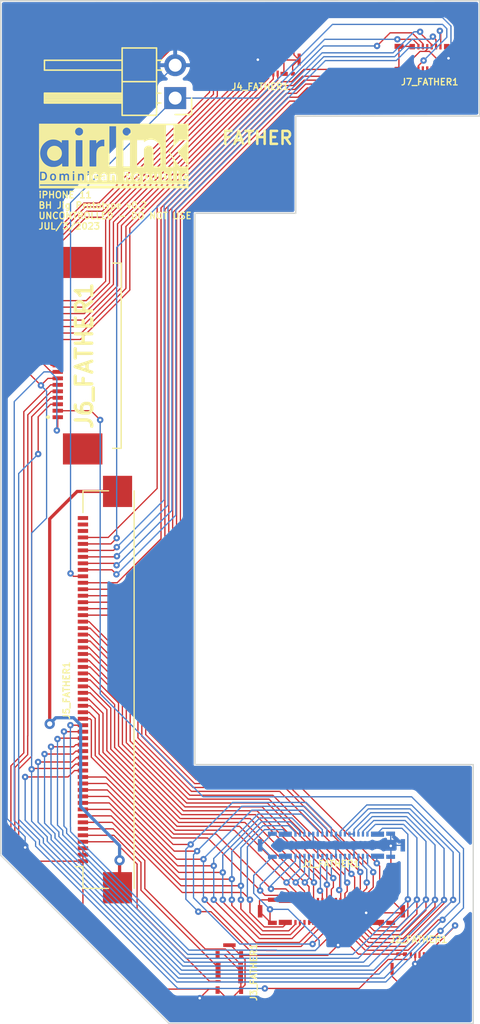
<source format=kicad_pcb>
(kicad_pcb (version 20221018) (generator pcbnew)
  (layers (0 "F.Cu" signal) (31 "B.Cu" signal) (34 "B.Paste" user) (35 "F.Paste" user) (36 "B.SilkS" user "B.Silkscreen") (37 "F.SilkS" user "F.Silkscreen") (38 "B.Mask" user) (39 "F.Mask" user) (44 "Edge.Cuts" user))
  (net 0 "")
  (net 1 "COIL_TO_SPKRAMP_BOT_VSENSE_NEG_CONN")
  (net 2 "COIL_TO_SPKRAMP_BOT_VSENSE_POS_CONN")
  (net 3 "PP_CODEC_TO_MIC1_LOWER_BIAS_CONN")
  (net 4 "LOWERMIC1_TO_CODEC_BIAS_FILT_RET")
  (net 5 "MIC1_LOWER_TO_CODEC_AIN1_CONN_N")
  (net 6 "MIC1_LOWER_TO_CODEC_AIN1_CONN_P")
  (net 7 "GND")
  (net 8 "MIKEYBUS_REFERENCE")
  (net 9 "CON_DETECT_E75_TO_HYDRA_CONN_L")
  (net 10 "90_HYDRA_DP2_CONN_P")
  (net 11 "90_HYDRA_DP2_CONN_N")
  (net 12 "I2C1_AOP_AMPS_FROM_CODEC_ASP2_LRCLK_CONN")
  (net 13 "90_HYDRA_DP1_CONN_N")
  (net 14 "I2C1_AOP_AMPS_FROM_CODEC_ASP2_BCLK_CONN")
  (net 15 "90_HYDRA_DP1_CONN_P")
  (net 16 "I2C1_AOP_FROM_AMPS_CODEC_ASP2_DIN_CONN")
  (net 17 "GPIO_K2_TO_AOP_INT_CONN_L")
  (net 18 "I2C1_AOP_BI_SAK_K2_SDA_CONN")
  (net 19 "I2C1_AOP_SCL")
  (net 20 "PP1V8_SAK_K2_S2_CONN")
  (net 21 "PP_HYDRA_ACC2_CONN")
  (net 22 "PP_HYDRA_ACC1_CONN")
  (net 23 "MIC4_LOWER_TO_CODEC_AIN4_CONN_N")
  (net 24 "MIC4_LOWER_TO_CODEC_AIN4_CONN_P")
  (net 25 "PP_CODEC_TO_MIC4_LOWER_BIAS_CONN")
  (net 26 "LOWERMIC4_TO_CODEC_BIAS_FILT_RET")
  (net 27 "SOLENOID_TO_ARC_VSENSE_POS_CONN")
  (net 28 "SOLENOID_TO_ARC_VSENSE_NEG_CONN")
  (net 29 "SPKRAMP_BOT_TO_COIL_OUT_NEG")
  (net 30 "SPKRAMP_BOT_TO_COIL_OUT_POS")
  (net 31 "ARC_TO_SOLENOID_OUT_POS")
  (net 32 "ARC_TO_SOLENOID_OUT_NEG")
  (net 33 "PP_VBUS1_E75")
  (net 34 "50_ANT5")
  (net 35 "50_ANT1")
  (net 36 "50_ANT3")
  (net 37 "LAT_SUBUS_B_B2B")
  (net 38 "VDD_LAT_GPO_B2B")
  (net 39 "LAT_SUBUS_A_B2B")
  (net 40 "PP_BATT_VCC_YANGTZE")
  (net 41 "I2C2_SMC_BI_GG_SDA_CONN")
  (net 42 "I2C2_SMC_TO_GG_SCL_CONN")
  (net 43 "UAT_SUBUS_A_B2B")
  (net 44 "R1_TUNER_GPO2_CONN")
  (net 45 "PP_VDD_BTPA3V3_CONN")
  (net 46 "R1_TUNER_GPO1_CONN")
  (net 47 "IO_BUTTON_VOL_UP_CONN_L")
  (net 48 "COMPASS_TO_AOP_INT_CONN")
  (net 49 "PP1V8_COMPASS_CONN")
  (net 50 "IO_BUTTON_RINGER_A_CONN")
  (net 51 "50_ANT4")
  (net 52 "50_ANT2")
  (net 53 "UAT_SUBUS_B_B2B")
  (net 54 "IO_BUTTON_VOL_DOWN_CONN_L")
  (net 55 "I2C1_AOP_SDA")
  (net 56 "PP_STROBE_DRIVER_COOL_LED")
  (net 57 "PP_PENROSE_SVDD_CONN")
  (net 58 "REARMIC2_TO_CODEC_BIAS_FILT_RET")
  (net 59 "PP _CODEC_TO_REARMIC2_BIAS_CONN")
  (net 60 "REARMIC2_TO_CODEC_AIN2_CONN_P")
  (net 61 "REARMIC2_TO_CODEC_AIN2_CONN_N")
  (net 62 "IO_BUTTON_SIDE_L_CONN")
  (net 63 "I2C1_AP_SCL")
  (net 64 "I2C1_AP_SDA")
  (net 65 "NTC_STROBE_MODULE_CONN")
  (net 66 "PENROSE_VIS_TO_CODEC_AIN6_P_CONN")
  (net 67 "PENROSE_IR_TO_CODEC_AIN5_P_CONN")
  (net 68 "PP_STROBE_DRIVER_WARM_LED")
  (net 72 "unconnected-(J5_FATHER1-MountPin-PadMP)")
  (footprint "IP11 Footprints KICAD:IP11_J7100_7_PCBA_WIRELESS_CHARGER_CONNECTOR" (layer "F.Cu") (at 136.97 131.92 90)
    (fp_text reference "J3_FATHER1")
    (fp_text value "WIRELESS CHARGER CONNECTOR - PCBA FEMALE" hide)
  )
  (footprint "IP11 Footprints KICAD:IP11_J-LAT-K_14_PCBA_CHARGING_CONNECTOR_2" (layer "F.Cu") (at 151.66 131.645)
    (fp_text reference "J2_FATHER1")
    (fp_text value "CHARGING PORT CONNECTOR 2 - PCBA FEMALE" hide)
  )
  (footprint "Connector_PinHeader_2.54mm:PinHeader_1x02_P2.54mm_Horizontal" (layer "F.Cu") (at 132.795 64.415 180)
    (fp_text reference "J1" hide)
    (fp_text value "PUSH" hide)
  )
  (footprint "IP11 Footprints KICAD:IP11_J-UAT-K_1_PCBA_VOLUME_KEY_CONNECTOR" (layer "F.Cu") (at 139.37 61.45)
    (fp_text reference "J4_FATHER1")
    (fp_text value "VOLUME KEY CONNECTOR - PCBA FEMALE" hide)
  )
  (footprint "IP11 Footprints KICAD:ZIF 54pin" (layer "F.Cu") (at 125.667 110.0925 90)
    (fp_text reference "J5_FATHER1")
    (fp_text value "Conn_02x27_Counter_Clockwise_MountingPin" hide)
  )
  (footprint "IP11 Footprints KICAD:IP11_J8200_13_PCBA_CHARGING_CONNECTOR_1" (layer "F.Cu") (at 144.86 127.205)
    (fp_text reference "J1_FATHER1")
    (fp_text value "CHARGING PORT CONNECTOR 1 - PCBA FEMALE" hide)
  )
  (footprint "IP11 Footprints KICAD:ZIF 20pin" (layer "F.Cu") (at 126.472 84.3075 90)
    (fp_text reference "J6_FATHER1")
    (fp_text value "Conn_02x10_Counter_Clockwise" hide)
  )
  (footprint "IP11 Footprints KICAD:IP11_J7700_9_PCBA_POWER_KEY_FLEX_CONNECTOR" (layer "F.Cu") (at 152.44 61.31)
    (fp_text reference "J7_FATHER1")
    (fp_text value "POWER KEY CONNECTOR - PCBA FEMALE" hide)
  )
  (footprint "IP11 Footprints KICAD:airlink_footprint" (layer "F.Cu") (at 128.05 68.89)
    (fp_text reference "G***" hide)
    (fp_text value "LOGO" hide)
  )
  (footprint "IP11 Footprints KICAD:IP11_J8200_13_PCBA_CHARGING_CONNECTOR_1" (layer "B.Cu") (at 144.86 122.12)
    (fp_text reference "J1_FATHER2" hide)
    (fp_text value "CHARGING PORT CONNECTOR 1 - PCBA FEMALE" hide)
  )
  (gr_line locked (start 156.31 65.8) (end 156.31 56.89) (stroke (width 0.1)) (layer "Edge.Cuts"))
  (gr_line locked (start 134.32 115.88) (end 134.32 73.31) (stroke (width 0.1)) (layer "Edge.Cuts"))
  (gr_line locked (start 155.82 135.88) (end 155.82 115.88) (stroke (width 0.1)) (layer "Edge.Cuts"))
  (gr_line locked (start 132.32 135.88) (end 155.82 135.88) (stroke (width 0.1)) (layer "Edge.Cuts"))
  (gr_line locked (start 156.31 56.89) (end 120.31 56.9) (stroke (width 0.1)) (layer "Edge.Cuts"))
  (gr_line locked (start 134.32 73.31) (end 142.11 73.31) (stroke (width 0.1)) (layer "Edge.Cuts"))
  (gr_line locked (start 155.82 115.88) (end 134.32 115.88) (stroke (width 0.1)) (layer "Edge.Cuts"))
  (gr_line locked (start 142.11 65.81) (end 156.31 65.8) (stroke (width 0.1)) (layer "Edge.Cuts"))
  (gr_line locked (start 142.11 73.31) (end 142.11 65.81) (stroke (width 0.1)) (layer "Edge.Cuts"))
  (gr_line locked (start 119.31 122.88) (end 132.32 135.88) (stroke (width 0.1)) (layer "Edge.Cuts"))
  (gr_line locked (start 119.31 56.9) (end 119.31 122.88) (stroke (width 0.1)) (layer "Edge.Cuts"))
  (gr_line locked (start 120.31 56.9) (end 119.31 56.9) (stroke (width 0.1)) (layer "Edge.Cuts"))
  (gr_text locked "FATHER" (at 136.29 68.08) (layer "F.SilkS") (effects (font (size 1 1) (thickness 0.2) bold) (justify left bottom)))
  (gr_text locked "iPHONE 11\nBH Jig Prototype v0.2\nUNCONTROLLED - DO NOT USE\nJUL/3/2023" (at 122.18 74.6) (layer "F.SilkS") (effects (font (size 0.5 0.5) (thickness 0.1) bold) (justify left bottom)))
  (segment locked (start 142.085 128.055) (end 142.085 128.204544) (width 0.1) (layer "F.Cu") (net 1))
  (segment locked (start 133.25 125.24) (end 137.870497 125.24) (width 0.1) (layer "F.Cu") (net 1))
  (segment locked (start 137.870497 127.034761) (end 137.870497 126.32) (width 0.1) (layer "F.Cu") (net 1))
  (segment locked (start 125.667 119.8425) (end 127.8525 119.8425) (width 0.1) (layer "F.Cu") (net 1))
  (segment locked (start 142.085 128.204544) (end 141.569928 128.719616) (width 0.1) (layer "F.Cu") (net 1))
  (segment locked (start 127.8525 119.8425) (end 133.25 125.24) (width 0.1) (layer "F.Cu") (net 1))
  (segment locked (start 141.569928 128.719616) (end 139.555352 128.719616) (width 0.1) (layer "F.Cu") (net 1))
  (segment locked (start 139.555352 128.719616) (end 137.870497 127.034761) (width 0.1) (layer "F.Cu") (net 1))
  (via locked (at 137.870497 125.24) (size 0.5) (drill 0.2) (layers "F.Cu" "B.Cu") (net 1))
  (via locked (at 137.870497 126.32) (size 0.5) (drill 0.2) (layers "F.Cu" "B.Cu") (net 1))
  (segment locked (start 137.870497 122.3093) (end 139.574413 120.605384) (width 0.1) (layer "B.Cu") (net 1))
  (segment locked (start 141.569928 120.605384) (end 142.085 121.120456) (width 0.1) (layer "B.Cu") (net 1))
  (segment locked (start 137.870497 125.24) (end 137.870497 122.3093) (width 0.1) (layer "B.Cu") (net 1))
  (segment locked (start 142.085 121.120456) (end 142.085 121.27) (width 0.1) (layer "B.Cu") (net 1))
  (segment locked (start 139.574413 120.605384) (end 141.569928 120.605384) (width 0.1) (layer "B.Cu") (net 1))
  (segment locked (start 137.870497 126.32) (end 137.870497 125.24) (width 0.1) (layer "B.Cu") (net 1))
  (segment locked (start 126.617 112.318236) (end 126.617 115.184208) (width 0.1) (layer "F.Cu") (net 2))
  (segment locked (start 135.964751 121.25) (end 140.195251 125.4805) (width 0.1) (layer "F.Cu") (net 2))
  (segment locked (start 141.337198 125.4805) (end 142.085 126.228302) (width 0.1) (layer "F.Cu") (net 2))
  (segment locked (start 125.667 111.8425) (end 126.141264 111.8425) (width 0.1) (layer "F.Cu") (net 2))
  (segment locked (start 126.141264 111.8425) (end 126.617 112.318236) (width 0.1) (layer "F.Cu") (net 2))
  (segment locked (start 140.195251 125.4805) (end 141.337198 125.4805) (width 0.1) (layer "F.Cu") (net 2))
  (segment locked (start 142.085 126.228302) (end 142.085 126.355) (width 0.1) (layer "F.Cu") (net 2))
  (segment locked (start 126.617 115.184208) (end 132.682792 121.25) (width 0.1) (layer "F.Cu") (net 2))
  (segment locked (start 132.682792 121.25) (end 135.964751 121.25) (width 0.1) (layer "F.Cu") (net 2))
  (via locked (at 140.195251 125.4805) (size 0.5) (drill 0.2) (layers "F.Cu" "B.Cu") (net 2))
  (segment locked (start 142.085 123.33) (end 140.195251 125.219749) (width 0.1) (layer "B.Cu") (net 2))
  (segment locked (start 140.195251 125.219749) (end 140.195251 125.4805) (width 0.1) (layer "B.Cu") (net 2))
  (segment locked (start 142.085 122.97) (end 142.085 123.33) (width 0.1) (layer "B.Cu") (net 2))
  (segment locked (start 142.435 128.08) (end 142.435 128.278808) (width 0.1) (layer "F.Cu") (net 3))
  (segment locked (start 137.170994 126.764159) (end 137.170994 126.32) (width 0.1) (layer "F.Cu") (net 3))
  (segment locked (start 139.426451 129.019616) (end 137.170994 126.764159) (width 0.1) (layer "F.Cu") (net 3))
  (segment locked (start 133.164264 124.73) (end 137.170994 124.73) (width 0.1) (layer "F.Cu") (net 3))
  (segment locked (start 141.694192 129.019616) (end 139.426451 129.019616) (width 0.1) (layer "F.Cu") (net 3))
  (segment locked (start 127.776764 119.3425) (end 133.164264 124.73) (width 0.1) (layer "F.Cu") (net 3))
  (segment locked (start 142.435 128.278808) (end 141.694192 129.019616) (width 0.1) (layer "F.Cu") (net 3))
  (segment locked (start 125.667 119.3425) (end 127.776764 119.3425) (width 0.1) (layer "F.Cu") (net 3))
  (via locked (at 137.170994 126.32) (size 0.5) (drill 0.2) (layers "F.Cu" "B.Cu") (net 3))
  (via locked (at 137.170994 124.73) (size 0.5) (drill 0.2) (layers "F.Cu" "B.Cu") (net 3))
  (segment locked (start 137.170994 122.584539) (end 139.450149 120.305384) (width 0.1) (layer "B.Cu") (net 3))
  (segment locked (start 137.170994 126.32) (end 137.170994 124.73) (width 0.1) (layer "B.Cu") (net 3))
  (segment locked (start 137.170994 124.73) (end 137.170994 122.584539) (width 0.1) (layer "B.Cu") (net 3))
  (segment locked (start 139.450149 120.305384) (end 141.694192 120.305384) (width 0.1) (layer "B.Cu") (net 3))
  (segment locked (start 142.435 121.046192) (end 142.435 121.245) (width 0.1) (layer "B.Cu") (net 3))
  (segment locked (start 141.694192 120.305384) (end 142.435 121.046192) (width 0.1) (layer "B.Cu") (net 3))
  (segment locked (start 132.807056 120.95) (end 137.36234 120.95) (width 0.1) (layer "F.Cu") (net 4))
  (segment locked (start 126.217 111.3425) (end 126.917 112.0425) (width 0.1) (layer "F.Cu") (net 4))
  (segment locked (start 125.667 111.3425) (end 126.217 111.3425) (width 0.1) (layer "F.Cu") (net 4))
  (segment locked (start 142.435 126.02266) (end 142.435 126.355) (width 0.1) (layer "F.Cu") (net 4))
  (segment locked (start 141.396923 124.984583) (end 142.435 126.02266) (width 0.1) (layer "F.Cu") (net 4))
  (segment locked (start 137.36234 120.95) (end 141.396923 124.984583) (width 0.1) (layer "F.Cu") (net 4))
  (segment locked (start 126.917 112.0425) (end 126.917 115.059944) (width 0.1) (layer "F.Cu") (net 4))
  (segment locked (start 126.917 115.059944) (end 132.807056 120.95) (width 0.1) (layer "F.Cu") (net 4))
  (via locked (at 141.396923 124.984583) (size 0.5) (drill 0.2) (layers "F.Cu" "B.Cu") (net 4))
  (segment locked (start 142.435 123.946506) (end 141.396923 124.984583) (width 0.1) (layer "B.Cu") (net 4))
  (segment locked (start 142.435 122.97) (end 142.435 123.946506) (width 0.1) (layer "B.Cu") (net 4))
  (segment locked (start 142.785 128.08) (end 142.785 128.353072) (width 0.1) (layer "F.Cu") (net 5))
  (segment locked (start 142.785 128.353072) (end 141.818456 129.319616) (width 0.1) (layer "F.Cu") (net 5))
  (segment locked (start 125.667 118.8425) (end 127.701028 118.8425) (width 0.1) (layer "F.Cu") (net 5))
  (segment locked (start 133.068528 124.21) (end 136.471491 124.21) (width 0.1) (layer "F.Cu") (net 5))
  (segment locked (start 136.471491 126.48892) (end 136.471491 126.32) (width 0.1) (layer "F.Cu") (net 5))
  (segment locked (start 127.701028 118.8425) (end 133.068528 124.21) (width 0.1) (layer "F.Cu") (net 5))
  (segment locked (start 139.302187 129.319616) (end 136.471491 126.48892) (width 0.1) (layer "F.Cu") (net 5))
  (segment locked (start 141.818456 129.319616) (end 139.302187 129.319616) (width 0.1) (layer "F.Cu") (net 5))
  (via locked (at 136.471491 124.21) (size 0.5) (drill 0.2) (layers "F.Cu" "B.Cu") (net 5))
  (via locked (at 136.471491 126.32) (size 0.5) (drill 0.2) (layers "F.Cu" "B.Cu") (net 5))
  (segment locked (start 136.471491 124.21) (end 136.471491 122.859778) (width 0.1) (layer "B.Cu") (net 5))
  (segment locked (start 141.818456 120.005384) (end 142.785 120.971928) (width 0.1) (layer "B.Cu") (net 5))
  (segment locked (start 136.471491 122.859778) (end 139.325885 120.005384) (width 0.1) (layer "B.Cu") (net 5))
  (segment locked (start 142.785 120.971928) (end 142.785 121.245) (width 0.1) (layer "B.Cu") (net 5))
  (segment locked (start 136.471491 126.32) (end 136.471491 124.21) (width 0.1) (layer "B.Cu") (net 5))
  (segment locked (start 139.325885 120.005384) (end 141.818456 120.005384) (width 0.1) (layer "B.Cu") (net 5))
  (segment locked (start 142.104335 124.983571) (end 142.785 125.664236) (width 0.1) (layer "F.Cu") (net 6))
  (segment locked (start 125.667 110.8425) (end 126.141264 110.8425) (width 0.1) (layer "F.Cu") (net 6))
  (segment locked (start 142.785 125.664236) (end 142.785 126.355) (width 0.1) (layer "F.Cu") (net 6))
  (segment locked (start 132.93132 120.65) (end 137.770764 120.65) (width 0.1) (layer "F.Cu") (net 6))
  (segment locked (start 127.217 114.93568) (end 132.93132 120.65) (width 0.1) (layer "F.Cu") (net 6))
  (segment locked (start 126.141264 110.8425) (end 127.217 111.918236) (width 0.1) (layer "F.Cu") (net 6))
  (segment locked (start 127.217 111.918236) (end 127.217 114.93568) (width 0.1) (layer "F.Cu") (net 6))
  (segment locked (start 137.770764 120.65) (end 142.104335 124.983571) (width 0.1) (layer "F.Cu") (net 6))
  (via locked (at 142.104335 124.983571) (size 0.5) (drill 0.2) (layers "F.Cu" "B.Cu") (net 6))
  (segment locked (start 142.785 122.97) (end 142.785 124.302906) (width 0.1) (layer "B.Cu") (net 6))
  (segment locked (start 142.785 124.302906) (end 142.104335 124.983571) (width 0.1) (layer "B.Cu") (net 6))
  (segment locked (start 149.56 132.245) (end 150.035 132.72) (width 0.1) (layer "F.Cu") (net 7))
  (segment locked (start 153.785 130.97) (end 153.335 130.52) (width 0.1) (layer "F.Cu") (net 7))
  (segment locked (start 149.44 128.105) (end 149.47457 128.105) (width 0.1) (layer "F.Cu") (net 7))
  (segment locked (start 141.195 62.475) (end 141.245 62.525) (width 0.1) (layer "F.Cu") (net 7))
  (segment locked (start 153.78 62.16) (end 153.78 62.155421) (width 0.1) (layer "F.Cu") (net 7))
  (segment locked (start 137.745 61.45) (end 139.18 61.45) (width 0.1) (layer "F.Cu") (net 7))
  (segment locked (start 150.06 130.52) (end 146.95 130.52) (width 0.1) (layer "F.Cu") (net 7))
  (segment locked (start 121.2025 122.282536) (end 122.262464 123.3425) (width 0.1) (layer "F.Cu") (net 7))
  (segment locked (start 151.08 61.44) (end 151.712317 60.807683) (width 0.1) (layer "F.Cu") (net 7))
  (segment locked (start 141.87 61.925) (end 142.345 61.45) (width 0.1) (layer "F.Cu") (net 7))
  (segment locked (start 143.81 127.33) (end 147.55 127.33) (width 0.1) (layer "F.Cu") (net 7))
  (segment locked (start 146.61 126.50329) (end 145.74329 127.37) (width 0.1) (layer "F.Cu") (net 7))
  (segment locked (start 143.46 128.08) (end 143.46 127.68) (width 0.1) (layer "F.Cu") (net 7))
  (segment locked (start 125.667 122.3425) (end 125.667 123.3425) (width 0.1) (layer "F.Cu") (net 7))
  (segment locked (start 138.72 60.4) (end 138.72 60.99) (width 0.1) (layer "F.Cu") (net 7))
  (segment locked (start 146.95 130.52) (end 146.115 129.685) (width 0.1) (layer "F.Cu") (net 7))
  (segment locked (start 150.24957 127.33) (end 150.37 127.20957) (width 0.1) (layer "F.Cu") (net 7))
  (segment locked (start 153.78 62.155421) (end 152.432262 60.807683) (width 0.1) (layer "F.Cu") (net 7))
  (segment locked (start 137.87 130.62) (end 138.191429 130.941429) (width 0.1) (layer "F.Cu") (net 7))
  (segment locked (start 137.095 133.995) (end 137.845 133.245) (width 0.1) (layer "F.Cu") (net 7))
  (segment locked (start 138.72 60.99) (end 139.18 61.45) (width 0.1) (layer "F.Cu") (net 7))
  (segment locked (start 145.21 126.355) (end 145.21 128.08) (width 0.1) (layer "F.Cu") (net 7))
  (segment locked (start 137.52 62.6) (end 136.92 62.6) (width 0.1) (layer "F.Cu") (net 7))
  (segment locked (start 138.191429 132.898571) (end 137.845 133.245) (width 0.1) (layer "F.Cu") (net 7))
  (segment locked (start 152.76 132.72) (end 153.31 132.72) (width 0.1) (layer "F.Cu") (net 7))
  (segment locked (start 131.852792 133.22) (end 125.667 127.034208) (width 0.1) (layer "F.Cu") (net 7))
  (segment locked (start 137.545 60.35) (end 136.87 60.35) (width 0.1) (layer "F.Cu") (net 7))
  (segment locked (start 137.87 130.62) (end 144.58 130.62) (width 0.1) (layer "F.Cu") (net 7))
  (segment locked (start 151.705 131.645) (end 151.335 131.275) (width 0.1) (layer "F.Cu") (net 7))
  (segment locked (start 136.97 133.995) (end 137.095 133.995) (width 0.1) (layer "F.Cu") (net 7))
  (segment locked (start 153.785 131.67) (end 153.785 130.97) (width 0.1) (layer "F.Cu") (net 7))
  (segment locked (start 137.87 131.845) (end 137.87 133.22) (width 0.1) (layer "F.Cu") (net 7))
  (segment locked (start 142.32 61.475) (end 140.945 61.475) (width 0.1) (layer "F.Cu") (net 7))
  (segment locked (start 150.535 132.72) (end 150.535 132.075) (width 0.1) (layer "F.Cu") (net 7))
  (segment locked (start 153.78 62.16) (end 153.78 61.47) (width 0.1) (layer "F.Cu") (net 7))
  (segment locked (start 146.115 129.685) (end 145.515 129.685) (width 0.1) (layer "F.Cu") (net 7))
  (segment locked (start 136.07 130.545) (end 136.57 130.545) (width 0.1) (layer "F.Cu") (net 7))
  (segment locked (start 150.535 132.72) (end 150.035 132.72) (width 0.1) (layer "F.Cu") (net 7))
  (segment locked (start 136.92 62.6) (end 136.845 62.525) (width 0.1) (layer "F.Cu") (net 7))
  (segment locked (start 137.695 61.4) (end 137.745 61.45) (width 0.1) (layer "F.Cu") (net 7))
  (segment locked (start 136.07 133.22) (end 131.852792 133.22) (width 0.1) (layer "F.Cu") (net 7))
  (segment locked (start 152.28 60.624264) (end 152.28 60.46) (width 0.1) (layer "F.Cu") (net 7))
  (segment locked (start 141.195 60.375) (end 141.195 62.475) (width 0.1) (layer "F.Cu") (net 7))
  (segment locked (start 137.62 60.425) (end 137.545 60.35) (width 0.1) (layer "F.Cu") (net 7))
  (segment locked (start 122.262464 123.3425) (end 125.667 123.3425) (width 0.1) (layer "F.Cu") (net 7))
  (segment locked (start 136.07 133.22) (end 136.845 133.995) (width 0.1) (layer "F.Cu") (net 7))
  (segment locked (start 139.37 60.4) (end 139.37 61.26) (width 0.1) (layer "F.Cu") (net 7))
  (segment locked (start 145.74329 127.37) (end 145.68 127.37) (width 0.1) (layer "F.Cu") (net 7))
  (segment locked (start 138.191429 130.941429) (end 138.191429 132.898571) (width 0.1) (layer "F.Cu") (net 7))
  (segment locked (start 136.845 133.995) (end 136.97 133.995) (width 0.1) (layer "F.Cu") (net 7))
  (segment locked (start 152.585 131.645) (end 151.705 131.645) (width 0.1) (layer "F.Cu") (net 7))
  (segment locked (start 141.97 61.075) (end 142.345 61.45) (width 0.1) (layer "F.Cu") (net 7))
  (segment locked (start 149.56 131.67) (end 149.56 132.245) (width 0.1) (layer "F.Cu") (net 7))
  (segment locked (start 151.335 131.275) (end 151.335 130.595) (width 0.1) (layer "F.Cu") (net 7))
  (segment locked (start 139.18 61.45) (end 140.92 61.45) (width 0.1) (layer "F.Cu") (net 7))
  (segment locked (start 151.97 132.26) (end 152.01 132.22) (width 0.1) (layer "F.Cu") (net 7))
  (segment locked (start 145.21 127.84) (end 145.21 128.08) (width 0.1) (layer "F.Cu") (net 7))
  (segment locked (start 139.37 61.26) (end 139.18 61.45) (width 0.1) (layer "F.Cu") (net 7))
  (segment locked (start 146.115 129.685) (end 145.21 128.78) (width 0.1) (layer "F.Cu") (net 7))
  (segment locked (start 138.045 60.425) (end 137.62 60.425) (width 0.1) (layer "F.Cu") (net 7))
  (segment locked (start 143.46 127.68) (end 143.81 127.33) (width 0.1) (layer "F.Cu") (net 7))
  (segment locked (start 149.46 126.305) (end 149.46 122.17) (width 0.1) (layer "F.Cu") (net 7))
  (segment locked (start 125.667 127.034208) (end 125.667 123.3425) (width 0.1) (layer "F.Cu") (net 7))
  (segment locked (start 137.87 133.22) (end 137.845 133.245) (width 0.1) (layer "F.Cu") (net 7))
  (segment locked (start 149.47457 128.105) (end 150.37 127.20957) (width 0.1) (layer "F.Cu") (net 7))
  (segment locked (start 150.535 132.075) (end 151.335 131.275) (width 0.1) (layer "F.Cu") (net 7))
  (segment locked (start 142.345 61.45) (end 142.32 61.475) (width 0.1) (layer "F.Cu") (net 7))
  (segment locked (start 137.07 129.82) (end 137.87 130.62) (width 0.1) (layer "F.Cu") (net 7))
  (segment locked (start 134.765 133.995) (end 134.69 133.92) (width 0.1) (layer "F.Cu") (net 7))
  (segment locked (start 139.72 62.525) (end 139.72 61.99) (width 0.1) (layer "F.Cu") (net 7))
  (segment locked (start 149.46 126.305) (end 149.46543 126.305) (width 0.1) (layer "F.Cu") (net 7))
  (segment locked (start 152.01 132.695) (end 152.01 132.22) (width 0.1) (layer "F.Cu") (net 7))
  (segment locked (start 143.135 128.08) (end 143.46 128.08) (width 0.1) (layer "F.Cu") (net 7))
  (segment locked (start 144.58 130.62) (end 145.38 129.82) (width 0.1) (layer "F.Cu") (net 7))
  (segment locked (start 145.21 128.78) (end 145.21 128.08) (width 0.1) (layer "F.Cu") (net 7))
  (segment locked (start 153.76 131.645) (end 153.785 131.67) (width 0.1) (layer "F.Cu") (net 7))
  (segment locked (start 146.61 126.355) (end 146.61 126.50329) (width 0.1) (layer "F.Cu") (net 7))
  (segment locked (start 152.585 131.645) (end 153.76 131.645) (width 0.1) (layer "F.Cu") (net 7))
  (segment locked (start 148.76 133.995) (end 150.035 132.72) (width 0.1) (layer "F.Cu") (net 7))
  (segment locked (start 136.97 133.995) (end 134.765 133.995) (width 0.1) (layer "F.Cu") (net 7))
  (segment locked (start 153.785 132.245) (end 153.31 132.72) (width 0.1) (layer "F.Cu") (net 7))
  (segment locked (start 151.51 132.26) (end 151.97 132.26) (width 0.1) (layer "F.Cu") (net 7))
  (segment locked (start 143.81 127.33) (end 143.81 126.38) (width 0.1) (layer "F.Cu") (net 7))
  (segment locked (start 153.785 131.67) (end 153.785 132.245) (width 0.1) (layer "F.Cu") (net 7))
  (segment locked (start 136.57 130.545) (end 137.87 131.845) (width 0.1) (layer "F.Cu") (net 7))
  (segment locked (start 152.585 131.645) (end 152.035 131.095) (width 0.1) (layer "F.Cu") (net 7))
  (segment locked (start 139.72 61.99) (end 139.18 61.45) (width 0.1) (layer "F.Cu") (net 7))
  (segment locked (start 152.096581 60.807683) (end 152.28 60.624264) (width 0.1) (layer "F.Cu") (net 7))
  (segment locked (start 151.712317 60.807683) (end 152.096581 60.807683) (width 0.1) (layer "F.Cu") (net 7))
  (segment locked (start 152.01 132.22) (end 152.585 131.645) (width 0.1) (layer "F.Cu") (net 7))
  (segment locked (start 140.92 61.45) (end 140.945 61.475) (width 0.1) (layer "F.Cu") (net 7))
  (segment locked (start 149.46 122.17) (end 149.45 122.16) (width 0.1) (layer "F.Cu") (net 7))
  (segment locked (start 136.97 133.995) (end 148.76 133.995) (width 0.1) (layer "F.Cu") (net 7))
  (segment locked (start 145.515 129.685) (end 145.38 129.82) (width 0.1) (layer "F.Cu") (net 7))
  (segment locked (start 136.87 60.35) (end 136.87 62.5) (width 0.1) (layer "F.Cu") (net 7))
  (segment locked (start 150.56 130.52) (end 150.06 130.52) (width 0.1) (layer "F.Cu") (net 7))
  (segment locked (start 151.08 62.16) (end 151.08 61.44) (width 0.1) (layer "F.Cu") (net 7))
  (segment locked (start 141.87 62.525) (end 141.87 61.925) (width 0.1) (layer "F.Cu") (net 7))
  (segment locked (start 136.995 129.82) (end 137.07 129.82) (width 0.1) (layer "F.Cu") (net 7))
  (segment locked (start 147.55 127.33) (end 150.24957 127.33) (width 0.1) (layer "F.Cu") (net 7))
  (segment locked (start 151.335 132.695) (end 151.335 132.435) (width 0.1) (layer "F.Cu") (net 7))
  (segment locked (start 152.76 130.52) (end 153.335 130.52) (width 0.1) (layer "F.Cu") (net 7))
  (segment locked (start 136.37 61.4) (end 137.695 61.4) (width 0.1) (layer "F.Cu") (net 7))
  (segment locked (start 136.87 62.5) (end 136.845 62.525) (width 0.1) (layer "F.Cu") (net 7))
  (segment locked (start 153.78 61.47) (end 153.91 61.34) (width 0.1) (layer "F.Cu") (net 7))
  (segment locked (start 152.035 131.095) (end 152.035 130.595) (width 0.1) (layer "F.Cu") (net 7))
  (segment locked (start 152.432262 60.807683) (end 152.096581 60.807683) (width 0.1) (layer "F.Cu") (net 7))
  (segment locked (start 151.335 132.435) (end 151.51 132.26) (width 0.1) (layer "F.Cu") (net 7))
  (segment locked (start 141.97 60.375) (end 141.97 61.075) (width 0.1) (layer "F.Cu") (net 7))
  (segment locked (start 135.39 133.22) (end 134.69 133.92) (width 0.1) (layer "F.Cu") (net 7))
  (segment locked (start 149.46543 126.305) (end 150.37 127.20957) (width 0.1) (layer "F.Cu") (net 7))
  (segment locked (start 136.07 133.22) (end 135.39 133.22) (width 0.1) (layer "F.Cu") (net 7))
  (segment locked (start 145.68 127.37) (end 145.21 127.84) (width 0.1) (layer "F.Cu") (net 7))
  (via locked (at 145.38 129.82) (size 0.5) (drill 0.2) (layers "F.Cu" "B.Cu") (net 7))
  (via locked (at 149.45 122.16) (size 0.5) (drill 0.2) (layers "F.Cu" "B.Cu") (net 7))
  (via locked (at 139.18 61.45) (size 0.5) (drill 0.2) (layers "F.Cu" "B.Cu") (net 7))
  (via locked (at 134.69 133.92) (size 0.5) (drill 0.2) (layers "F.Cu" "B.Cu") (net 7))
  (via locked (at 153.91 61.34) (size 0.5) (drill 0.2) (layers "F.Cu" "B.Cu") (net 7))
  (via locked (at 121.2025 122.282536) (size 0.5) (drill 0.2) (layers "F.Cu" "B.Cu") (net 7))
  (via locked (at 151.335 131.275) (size 0.5) (drill 0.2) (layers "F.Cu" "B.Cu") (net 7))
  (via locked (at 147.55 127.33) (size 0.5) (drill 0.2) (layers "F.Cu" "B.Cu") (net 7))
  (segment locked (start 146.61 122.22) (end 146.71 122.12) (width 0.1) (layer "B.Cu") (net 7))
  (segment locked (start 149.41 122.12) (end 149.45 122.16) (width 0.1) (layer "B.Cu") (net 7))
  (segment locked (start 149.45 121.23) (end 149.44 121.22) (width 0.1) (layer "B.Cu") (net 7))
  (segment locked (start 132.795 61.875) (end 138.755 61.875) (width 0.1) (layer "B.Cu") (net 7))
  (segment locked (start 119.81 74.86) (end 132.795 61.875) (width 0.1) (layer "B.Cu") (net 7))
  (segment locked (start 143.46 121.245) (end 143.46 121.77) (width 0.1) (layer "B.Cu") (net 7))
  (segment locked (start 143.135 121.245) (end 143.46 121.245) (width 0.1) (layer "B.Cu") (net 7))
  (segment locked (start 142.44 58.19) (end 153.44 58.19) (width 0.1) (layer "B.Cu") (net 7))
  (segment locked (start 149.46 123.02) (end 149.46 122.17) (width 0.1) (layer "B.Cu") (net 7))
  (segment locked (start 149.45 122.16) (end 149.45 121.23) (width 0.1) (layer "B.Cu") (net 7))
  (segment locked (start 146.61 122.97) (end 146.61 122.22) (width 0.1) (layer "B.Cu") (net 7))
  (segment locked (start 139.18 61.45) (end 142.44 58.19) (width 0.1) (layer "B.Cu") (net 7))
  (segment locked (start 143.81 122.12) (end 145.4 122.12) (width 0.1) (layer "B.Cu") (net 7))
  (segment locked (start 145.4 122.12) (end 145.81 122.12) (width 0.1) (layer "B.Cu") (net 7))
  (segment locked (start 145.81 121.99) (end 145.81 122.12) (width 0.1) (layer "B.Cu") (net 7))
  (segment locked (start 143.81 122.12) (end 143.81 122.945) (width 0.1) (layer "B.Cu") (net 7))
  (segment locked (start 121.2025 121.4525) (end 119.81 120.06) (width 0.1) (layer "B.Cu") (net 7))
  (segment locked (start 149.49457 122.11543) (end 149.45 122.16) (width 0.1) (layer "B.Cu") (net 7))
  (segment locked (start 145.81 122.12) (end 146.71 122.12) (width 0.1) (layer "B.Cu") (net 7))
  (segment locked (start 153.44 58.19) (end 154.1 58.85) (width 0.1) (layer "B.Cu") (net 7))
  (segment locked (start 150.37 122.11543) (end 149.49457 122.11543) (width 0.1) (layer "B.Cu") (net 7))
  (segment locked (start 138.755 61.875) (end 139.18 61.45) (width 0.1) (layer "B.Cu") (net 7))
  (segment locked (start 146.71 122.12) (end 149.41 122.12) (width 0.1) (layer "B.Cu") (net 7))
  (segment locked (start 145.21 121.39) (end 145.81 121.99) (width 0.1) (layer "B.Cu") (net 7))
  (segment locked (start 143.46 121.77) (end 143.81 122.12) (width 0.1) (layer "B.Cu") (net 7))
  (segment locked (start 119.81 120.06) (end 119.81 74.86) (width 0.1) (layer "B.Cu") (net 7))
  (segment locked (start 154.1 58.85) (end 154.1 61.15) (width 0.1) (layer "B.Cu") (net 7))
  (segment locked (start 121.2025 122.282536) (end 121.2025 121.4525) (width 0.1) (layer "B.Cu") (net 7))
  (segment locked (start 145.21 122.97) (end 145.21 122.31) (width 0.1) (layer "B.Cu") (net 7))
  (segment locked (start 149.46 122.17) (end 149.45 122.16) (width 0.1) (layer "B.Cu") (net 7))
  (segment locked (start 145.21 121.245) (end 145.21 121.39) (width 0.1) (layer "B.Cu") (net 7))
  (segment locked (start 145.21 122.31) (end 145.4 122.12) (width 0.1) (layer "B.Cu") (net 7))
  (segment locked (start 154.1 61.15) (end 153.91 61.34) (width 0.1) (layer "B.Cu") (net 7))
  (segment locked (start 126.217 110.3425) (end 127.517 111.6425) (width 0.1) (layer "F.Cu") (net 8))
  (segment locked (start 138.177164 120.35) (end 142.810735 124.983571) (width 0.1) (layer "F.Cu") (net 8))
  (segment locked (start 142.810735 124.983571) (end 143.135 125.307836) (width 0.1) (layer "F.Cu") (net 8))
  (segment locked (start 133.055584 120.35) (end 138.177164 120.35) (width 0.1) (layer "F.Cu") (net 8))
  (segment locked (start 127.517 111.6425) (end 127.517 114.811416) (width 0.1) (layer "F.Cu") (net 8))
  (segment locked (start 125.667 110.3425) (end 126.217 110.3425) (width 0.1) (layer "F.Cu") (net 8))
  (segment locked (start 127.517 114.811416) (end 133.055584 120.35) (width 0.1) (layer "F.Cu") (net 8))
  (segment locked (start 143.135 125.307836) (end 143.135 126.38) (width 0.1) (layer "F.Cu") (net 8))
  (via locked (at 142.810735 124.983571) (size 0.5) (drill 0.2) (layers "F.Cu" "B.Cu") (net 8))
  (segment locked (start 143.135 124.659306) (end 142.810735 124.983571) (width 0.1) (layer "B.Cu") (net 8))
  (segment locked (start 143.135 122.945) (end 143.135 124.659306) (width 0.1) (layer "B.Cu") (net 8))
  (segment locked (start 125.667 109.8425) (end 126.141264 109.8425) (width 0.1) (layer "F.Cu") (net 9))
  (segment locked (start 143.515585 124.981314) (end 143.515585 124.982811) (width 0.1) (layer "F.Cu") (net 9))
  (segment locked (start 127.817 114.687152) (end 133.179848 120.05) (width 0.1) (layer "F.Cu") (net 9))
  (segment locked (start 143.515585 124.982811) (end 143.485 125.013396) (width 0.1) (layer "F.Cu") (net 9))
  (segment locked (start 138.584271 120.05) (end 143.515585 124.981314) (width 0.1) (layer "F.Cu") (net 9))
  (segment locked (start 143.485 125.013396) (end 143.485 126.38) (width 0.1) (layer "F.Cu") (net 9))
  (segment locked (start 127.817 111.518236) (end 127.817 114.687152) (width 0.1) (layer "F.Cu") (net 9))
  (segment locked (start 126.141264 109.8425) (end 127.817 111.518236) (width 0.1) (layer "F.Cu") (net 9))
  (segment locked (start 133.179848 120.05) (end 138.584271 120.05) (width 0.1) (layer "F.Cu") (net 9))
  (via locked (at 143.515585 124.982811) (size 0.5) (drill 0.2) (layers "F.Cu" "B.Cu") (net 9))
  (segment locked (start 143.485 124.952226) (end 143.515585 124.982811) (width 0.1) (layer "B.Cu") (net 9))
  (segment locked (start 143.485 122.945) (end 143.485 124.952226) (width 0.1) (layer "B.Cu") (net 9))
  (segment locked (start 142.39858 129.619616) (end 139.037791 129.619616) (width 0.1) (layer "F.Cu") (net 10))
  (segment locked (start 143.81 128.08) (end 143.81 128.208196) (width 0.1) (layer "F.Cu") (net 10))
  (segment locked (start 143.81 128.208196) (end 142.39858 129.619616) (width 0.1) (layer "F.Cu") (net 10))
  (segment locked (start 132.982792 123.7) (end 135.771988 123.7) (width 0.1) (layer "F.Cu") (net 10))
  (segment locked (start 125.667 118.3425) (end 127.625292 118.3425) (width 0.1) (layer "F.Cu") (net 10))
  (segment locked (start 127.625292 118.3425) (end 132.982792 123.7) (width 0.1) (layer "F.Cu") (net 10))
  (segment locked (start 139.037791 129.619616) (end 135.771988 126.353813) (width 0.1) (layer "F.Cu") (net 10))
  (segment locked (start 135.771988 126.353813) (end 135.771988 126.32) (width 0.1) (layer "F.Cu") (net 10))
  (via locked (at 135.771988 123.7) (size 0.5) (drill 0.2) (layers "F.Cu" "B.Cu") (net 10))
  (via locked (at 135.771988 126.32) (size 0.5) (drill 0.2) (layers "F.Cu" "B.Cu") (net 10))
  (segment locked (start 135.771988 123.135017) (end 139.201621 119.705384) (width 0.1) (layer "B.Cu") (net 10))
  (segment locked (start 135.771988 126.32) (end 135.771988 123.7) (width 0.1) (layer "B.Cu") (net 10))
  (segment locked (start 142.535384 119.705384) (end 143.81 120.98) (width 0.1) (layer "B.Cu") (net 10))
  (segment locked (start 135.771988 123.7) (end 135.771988 123.135017) (width 0.1) (layer "B.Cu") (net 10))
  (segment locked (start 139.201621 119.705384) (end 142.535384 119.705384) (width 0.1) (layer "B.Cu") (net 10))
  (segment locked (start 143.81 120.98) (end 143.81 121.245) (width 0.1) (layer "B.Cu") (net 10))
  (segment locked (start 138.674881 129.93) (end 142.51246 129.93) (width 0.1) (layer "F.Cu") (net 11))
  (segment locked (start 135.271988 126.519503) (end 135.271988 126.527107) (width 0.1) (layer "F.Cu") (net 11))
  (segment locked (start 127.549556 117.8425) (end 132.897056 123.19) (width 0.1) (layer "F.Cu") (net 11))
  (segment locked (start 125.667 117.8425) (end 127.549556 117.8425) (width 0.1) (layer "F.Cu") (net 11))
  (segment locked (start 142.51246 129.93) (end 144.16 128.28246) (width 0.1) (layer "F.Cu") (net 11))
  (segment locked (start 135.072485 126.32) (end 135.271988 126.519503) (width 0.1) (layer "F.Cu") (net 11))
  (segment locked (start 135.271988 126.527107) (end 138.674881 129.93) (width 0.1) (layer "F.Cu") (net 11))
  (segment locked (start 144.16 128.28246) (end 144.16 128.08) (width 0.1) (layer "F.Cu") (net 11))
  (segment locked (start 132.897056 123.19) (end 134.98 123.19) (width 0.1) (layer "F.Cu") (net 11))
  (via locked (at 135.072485 126.32) (size 0.5) (drill 0.2) (layers "F.Cu" "B.Cu") (net 11))
  (via locked (at 134.98 123.19) (size 0.5) (drill 0.2) (layers "F.Cu" "B.Cu") (net 11))
  (segment locked (start 134.98 126.227515) (end 134.98 123.19) (width 0.1) (layer "B.Cu") (net 11))
  (segment locked (start 142.659648 119.405384) (end 144.16 120.905736) (width 0.1) (layer "B.Cu") (net 11))
  (segment locked (start 134.98 123.19) (end 134.98 123.14) (width 0.1) (layer "B.Cu") (net 11))
  (segment locked (start 144.16 120.905736) (end 144.16 121.245) (width 0.1) (layer "B.Cu") (net 11))
  (segment locked (start 135.072485 126.32) (end 134.98 126.227515) (width 0.1) (layer "B.Cu") (net 11))
  (segment locked (start 138.714616 119.405384) (end 142.659648 119.405384) (width 0.1) (layer "B.Cu") (net 11))
  (segment locked (start 134.98 123.14) (end 138.714616 119.405384) (width 0.1) (layer "B.Cu") (net 11))
  (segment locked (start 144.16 126.355) (end 144.16 125.797483) (width 0.1) (layer "F.Cu") (net 12))
  (segment locked (start 144.015585 124.775704) (end 144.015585 125.590898) (width 0.1) (layer "F.Cu") (net 12))
  (segment locked (start 144.16 125.797483) (end 143.9845 125.621983) (width 0.1) (layer "F.Cu") (net 12))
  (segment locked (start 144.015585 125.590898) (end 143.9845 125.621983) (width 0.1) (layer "F.Cu") (net 12))
  (segment locked (start 138.989881 119.75) (end 144.015585 124.775704) (width 0.1) (layer "F.Cu") (net 12))
  (segment locked (start 133.304112 119.75) (end 138.989881 119.75) (width 0.1) (layer "F.Cu") (net 12))
  (segment locked (start 128.117 114.562888) (end 133.304112 119.75) (width 0.1) (layer "F.Cu") (net 12))
  (segment locked (start 125.667 109.3425) (end 126.217 109.3425) (width 0.1) (layer "F.Cu") (net 12))
  (segment locked (start 126.217 109.3425) (end 128.117 111.2425) (width 0.1) (layer "F.Cu") (net 12))
  (segment locked (start 128.117 111.2425) (end 128.117 114.562888) (width 0.1) (layer "F.Cu") (net 12))
  (via locked (at 143.9845 125.621983) (size 0.5) (drill 0.2) (layers "F.Cu" "B.Cu") (net 12))
  (segment locked (start 144.16 123.109807) (end 144.16 122.97) (width 0.1) (layer "B.Cu") (net 12))
  (segment locked (start 143.9845 125.621983) (end 144.015585 125.590898) (width 0.1) (layer "B.Cu") (net 12))
  (segment locked (start 144.015585 123.254222) (end 144.16 123.109807) (width 0.1) (layer "B.Cu") (net 12))
  (segment locked (start 144.015585 125.590898) (end 144.015585 123.254222) (width 0.1) (layer "B.Cu") (net 12))
  (segment locked (start 125.667 117.3425) (end 127.5025 117.3425) (width 0.1) (layer "F.Cu") (net 13))
  (segment locked (start 127.5025 117.3425) (end 132.725 122.565) (width 0.1) (layer "F.Cu") (net 13))
  (segment locked (start 144.51 128.63886) (end 143.40943 129.73943) (width 0.1) (layer "F.Cu") (net 13))
  (segment locked (start 144.51 128.055) (end 144.51 128.63886) (width 0.1) (layer "F.Cu") (net 13))
  (segment locked (start 132.725 122.565) (end 134.485 122.565) (width 0.1) (layer "F.Cu") (net 13))
  (via locked (at 134.485 122.565) (size 0.5) (drill 0.2) (layers "F.Cu" "B.Cu") (net 13))
  (via locked (at 143.40943 129.73943) (size 0.5) (drill 0.2) (layers "F.Cu" "B.Cu") (net 13))
  (segment locked (start 134.21 122.84) (end 134.485 122.565) (width 0.1) (layer "B.Cu") (net 13))
  (segment locked (start 137.944616 119.105384) (end 142.783912 119.105384) (width 0.1) (layer "B.Cu") (net 13))
  (segment locked (start 144.51 120.831472) (end 144.51 121.27) (width 0.1) (layer "B.Cu") (net 13))
  (segment locked (start 134.21 126.164622) (end 134.21 122.84) (width 0.1) (layer "B.Cu") (net 13))
  (segment locked (start 142.783912 119.105384) (end 144.51 120.831472) (width 0.1) (layer "B.Cu") (net 13))
  (segment locked (start 137.784808 129.73943) (end 134.21 126.164622) (width 0.1) (layer "B.Cu") (net 13))
  (segment locked (start 143.40943 129.73943) (end 137.784808 129.73943) (width 0.1) (layer "B.Cu") (net 13))
  (segment locked (start 134.485 122.565) (end 137.944616 119.105384) (width 0.1) (layer "B.Cu") (net 13))
  (segment locked (start 125.667 108.8425) (end 126.141264 108.8425) (width 0.1) (layer "F.Cu") (net 14))
  (segment locked (start 126.141264 108.8425) (end 128.417 111.118236) (width 0.1) (layer "F.Cu") (net 14))
  (segment locked (start 133.428376 119.45) (end 139.114145 119.45) (width 0.1) (layer "F.Cu") (net 14))
  (segment locked (start 144.51 125.157367) (end 144.515085 125.152282) (width 0.1) (layer "F.Cu") (net 14))
  (segment locked (start 144.51 126.355) (end 144.51 125.157367) (width 0.1) (layer "F.Cu") (net 14))
  (segment locked (start 139.114145 119.45) (end 144.515085 124.85094) (width 0.1) (layer "F.Cu") (net 14))
  (segment locked (start 128.417 111.118236) (end 128.417 114.438624) (width 0.1) (layer "F.Cu") (net 14))
  (segment locked (start 144.515085 124.85094) (end 144.515085 125.152282) (width 0.1) (layer "F.Cu") (net 14))
  (segment locked (start 128.417 114.438624) (end 133.428376 119.45) (width 0.1) (layer "F.Cu") (net 14))
  (via locked (at 144.515085 125.152282) (size 0.5) (drill 0.2) (layers "F.Cu" "B.Cu") (net 14))
  (segment locked (start 144.515085 125.152282) (end 144.51 125.147197) (width 0.1) (layer "B.Cu") (net 14))
  (segment locked (start 144.51 125.147197) (end 144.51 122.97) (width 0.1) (layer "B.Cu") (net 14))
  (segment locked (start 132.634264 122.05) (end 133.99 122.05) (width 0.1) (layer "F.Cu") (net 15))
  (segment locked (start 125.667 116.8425) (end 127.426764 116.8425) (width 0.1) (layer "F.Cu") (net 15))
  (segment locked (start 143.615967 130.24) (end 144.86 128.995967) (width 0.1) (layer "F.Cu") (net 15))
  (segment locked (start 135.561128 127.240511) (end 138.550617 130.23) (width 0.1) (layer "F.Cu") (net 15))
  (segment locked (start 134.579489 127.240511) (end 135.561128 127.240511) (width 0.1) (layer "F.Cu") (net 15))
  (segment locked (start 144.86 128.995967) (end 144.86 128.08) (width 0.1) (layer "F.Cu") (net 15))
  (segment locked (start 127.426764 116.8425) (end 132.634264 122.05) (width 0.1) (layer "F.Cu") (net 15))
  (segment locked (start 138.550617 130.23) (end 139.84 130.23) (width 0.1) (layer "F.Cu") (net 15))
  (segment locked (start 139.84 130.23) (end 139.85 130.24) (width 0.1) (layer "F.Cu") (net 15))
  (segment locked (start 139.85 130.24) (end 143.615967 130.24) (width 0.1) (layer "F.Cu") (net 15))
  (via locked (at 134.579489 127.240511) (size 0.5) (drill 0.2) (layers "F.Cu" "B.Cu") (net 15))
  (via locked (at 133.99 122.05) (size 0.5) (drill 0.2) (layers "F.Cu" "B.Cu") (net 15))
  (segment locked (start 142.908176 118.805384) (end 144.86 120.757208) (width 0.1) (layer "B.Cu") (net 15))
  (segment locked (start 133.62 126.281022) (end 133.62 122.42) (width 0.1) (layer "B.Cu") (net 15))
  (segment locked (start 137.234616 118.805384) (end 142.908176 118.805384) (width 0.1) (layer "B.Cu") (net 15))
  (segment locked (start 134.579489 127.240511) (end 133.62 126.281022) (width 0.1) (layer "B.Cu") (net 15))
  (segment locked (start 133.62 122.42) (end 133.99 122.05) (width 0.1) (layer "B.Cu") (net 15))
  (segment locked (start 133.99 122.05) (end 137.234616 118.805384) (width 0.1) (layer "B.Cu") (net 15))
  (segment locked (start 144.86 120.757208) (end 144.86 121.245) (width 0.1) (layer "B.Cu") (net 15))
  (segment locked (start 144.86 125.514474) (end 145.015814 125.35866) (width 0.1) (layer "F.Cu") (net 16))
  (segment locked (start 139.5095 119.15) (end 145.0095 124.65) (width 0.1) (layer "F.Cu") (net 16))
  (segment locked (start 133.55264 119.15) (end 139.5095 119.15) (width 0.1) (layer "F.Cu") (net 16))
  (segment locked (start 145.015814 125.35866) (end 145.015814 124.656314) (width 0.1) (layer "F.Cu") (net 16))
  (segment locked (start 125.667 108.3425) (end 126.217 108.3425) (width 0.1) (layer "F.Cu") (net 16))
  (segment locked (start 126.217 108.3425) (end 128.717 110.8425) (width 0.1) (layer "F.Cu") (net 16))
  (segment locked (start 128.717 110.8425) (end 128.717 114.31436) (width 0.1) (layer "F.Cu") (net 16))
  (segment locked (start 128.717 114.31436) (end 133.55264 119.15) (width 0.1) (layer "F.Cu") (net 16))
  (segment locked (start 144.86 126.355) (end 144.86 125.514474) (width 0.1) (layer "F.Cu") (net 16))
  (segment locked (start 145.015814 124.656314) (end 145.0095 124.65) (width 0.1) (layer "F.Cu") (net 16))
  (via locked (at 145.0095 124.65) (size 0.5) (drill 0.2) (layers "F.Cu" "B.Cu") (net 16))
  (segment locked (start 145.0095 124.65) (end 144.86 124.5005) (width 0.1) (layer "B.Cu") (net 16))
  (segment locked (start 144.86 124.5005) (end 144.86 122.97) (width 0.1) (layer "B.Cu") (net 16))
  (segment locked (start 145.56 128.055) (end 145.56 128.298528) (width 0.1) (layer "F.Cu") (net 17))
  (segment locked (start 125.015528 116.3425) (end 124.520793 116.837235) (width 0.1) (layer "F.Cu") (net 17))
  (segment locked (start 145.56 128.298528) (end 147.481088 130.219616) (width 0.1) (layer "F.Cu") (net 17))
  (segment locked (start 124.520793 116.837235) (end 121.203 116.837235) (width 0.1) (layer "F.Cu") (net 17))
  (segment locked (start 147.481088 130.219616) (end 150.780614 130.219616) (width 0.1) (layer "F.Cu") (net 17))
  (segment locked (start 153.132811 127.867419) (end 153.447419 127.867419) (width 0.1) (layer "F.Cu") (net 17))
  (segment locked (start 125.667 116.3425) (end 125.015528 116.3425) (width 0.1) (layer "F.Cu") (net 17))
  (segment locked (start 150.780614 130.219616) (end 153.132811 127.867419) (width 0.1) (layer "F.Cu") (net 17))
  (via locked (at 121.203 116.837235) (size 0.5) (drill 0.2) (layers "F.Cu" "B.Cu") (net 17))
  (via locked (at 153.447419 127.867419) (size 0.5) (drill 0.2) (layers "F.Cu" "B.Cu") (net 17))
  (segment locked (start 154.766966 126.534876) (end 154.766966 122.711382) (width 0.1) (layer "B.Cu") (net 17))
  (segment locked (start 148.944838 132.37) (end 153.447419 127.867419) (width 0.1) (layer "B.Cu") (net 17))
  (segment locked (start 145.56 121.034806) (end 145.56 121.27) (width 0.1) (layer "B.Cu") (net 17))
  (segment locked (start 121.203 120.180208) (end 122.61 121.587208) (width 0.1) (layer "B.Cu") (net 17))
  (segment locked (start 153.447419 127.867419) (end 153.447419 127.854423) (width 0.1) (layer "B.Cu") (net 17))
  (segment locked (start 121.203 116.837235) (end 121.203 120.180208) (width 0.1) (layer "B.Cu") (net 17))
  (segment locked (start 153.447419 127.854423) (end 154.766966 126.534876) (width 0.1) (layer "B.Cu") (net 17))
  (segment locked (start 151.055584 119) (end 147.594806 119) (width 0.1) (layer "B.Cu") (net 17))
  (segment locked (start 133.048528 132.37) (end 148.944838 132.37) (width 0.1) (layer "B.Cu") (net 17))
  (segment locked (start 147.594806 119) (end 145.56 121.034806) (width 0.1) (layer "B.Cu") (net 17))
  (segment locked (start 122.61 121.587208) (end 122.61 121.931472) (width 0.1) (layer "B.Cu") (net 17))
  (segment locked (start 122.61 121.931472) (end 133.048528 132.37) (width 0.1) (layer "B.Cu") (net 17))
  (segment locked (start 154.766966 122.711382) (end 151.055584 119) (width 0.1) (layer "B.Cu") (net 17))
  (segment locked (start 145.585 125.68795) (end 145.467971 125.570921) (width 0.1) (layer "F.Cu") (net 18))
  (segment locked (start 145.5095 124.442893) (end 145.5095 125.529392) (width 0.1) (layer "F.Cu") (net 18))
  (segment locked (start 133.676904 118.85) (end 139.916607 118.85) (width 0.1) (layer "F.Cu") (net 18))
  (segment locked (start 125.667 107.8425) (end 126.141264 107.8425) (width 0.1) (layer "F.Cu") (net 18))
  (segment locked (start 129.017 110.718236) (end 129.017 114.190096) (width 0.1) (layer "F.Cu") (net 18))
  (segment locked (start 145.585 126.355) (end 145.585 125.68795) (width 0.1) (layer "F.Cu") (net 18))
  (segment locked (start 129.017 114.190096) (end 133.676904 118.85) (width 0.1) (layer "F.Cu") (net 18))
  (segment locked (start 145.5095 125.529392) (end 145.467971 125.570921) (width 0.1) (layer "F.Cu") (net 18))
  (segment locked (start 139.916607 118.85) (end 145.5095 124.442893) (width 0.1) (layer "F.Cu") (net 18))
  (segment locked (start 126.141264 107.8425) (end 129.017 110.718236) (width 0.1) (layer "F.Cu") (net 18))
  (via locked (at 145.467971 125.570921) (size 0.5) (drill 0.2) (layers "F.Cu" "B.Cu") (net 18))
  (segment locked (start 145.585 125.453892) (end 145.585 122.97) (width 0.1) (layer "B.Cu") (net 18))
  (segment locked (start 145.467971 125.570921) (end 145.585 125.453892) (width 0.1) (layer "B.Cu") (net 18))
  (segment locked (start 150.65635 129.919616) (end 147.605352 129.919616) (width 0.1) (layer "F.Cu") (net 19))
  (segment locked (start 154.266966 126.341472) (end 153.774597 126.833841) (width 0.1) (layer "F.Cu") (net 19))
  (segment locked (start 124.752263 116.181501) (end 121.765964 116.181501) (width 0.1) (layer "F.Cu") (net 19))
  (segment locked (start 139.071717 58.29) (end 140.695 59.913283) (width 0.1) (layer "F.Cu") (net 19))
  (segment locked (start 121.572 85.752) (end 121.572 70.663736) (width 0.1) (layer "F.Cu") (net 19))
  (segment locked (start 125.667 115.8425) (end 125.091264 115.8425) (width 0.1) (layer "F.Cu") (net 19))
  (segment locked (start 154.266966 126.327769) (end 154.266966 126.341472) (width 0.1) (layer "F.Cu") (net 19))
  (segment locked (start 122.42155 86.60155) (end 121.572 85.752) (width 0.1) (layer "F.Cu") (net 19))
  (segment locked (start 125.091264 115.8425) (end 124.752263 116.181501) (width 0.1) (layer "F.Cu") (net 19))
  (segment locked (start 145.91 128.224264) (end 145.91 128.072) (width 0.1) (layer "F.Cu") (net 19))
  (segment locked (start 153.742125 126.833841) (end 150.65635 129.919616) (width 0.1) (layer "F.Cu") (net 19))
  (segment locked (start 122.42155 86.60155) (end 122.9656 86.0575) (width 0.1) (layer "F.Cu") (net 19))
  (segment locked (start 121.572 70.663736) (end 133.945736 58.29) (width 0.1) (layer "F.Cu") (net 19))
  (segment locked (start 140.695 59.913283) (end 140.695 60.375) (width 0.1) (layer "F.Cu") (net 19))
  (segment locked (start 147.605352 129.919616) (end 145.91 128.224264) (width 0.1) (layer "F.Cu") (net 19))
  (segment locked (start 122.9656 86.0575) (end 123.722 86.0575) (width 0.1) (layer "F.Cu") (net 19))
  (segment locked (start 153.774597 126.833841) (end 153.742125 126.833841) (width 0.1) (layer "F.Cu") (net 19))
  (segment locked (start 133.945736 58.29) (end 139.071717 58.29) (width 0.1) (layer "F.Cu") (net 19))
  (segment locked (start 121.765964 116.181501) (end 121.7025 116.244965) (width 0.1) (layer "F.Cu") (net 19))
  (via locked (at 122.42155 86.60155) (size 0.5) (drill 0.2) (layers "F.Cu" "B.Cu") (net 19))
  (via locked (at 154.266966 126.327769) (size 0.5) (drill 0.2) (layers "F.Cu" "B.Cu") (net 19))
  (via locked (at 121.7025 116.244965) (size 0.5) (drill 0.2) (layers "F.Cu" "B.Cu") (net 19))
  (segment locked (start 121.7025 120.255444) (end 122.91 121.462944) (width 0.1) (layer "B.Cu") (net 19))
  (segment locked (start 147.71907 119.3) (end 150.93132 119.3) (width 0.1) (layer "B.Cu") (net 19))
  (segment locked (start 148.548438 132.06) (end 154.266966 126.341472) (width 0.1) (layer "B.Cu") (net 19))
  (segment locked (start 122.86 96.85) (end 121.7025 98.0075) (width 0.1) (layer "B.Cu") (net 19))
  (segment locked (start 145.91 121.253) (end 145.91 121.10907) (width 0.1) (layer "B.Cu") (net 19))
  (segment locked (start 122.91 121.462944) (end 122.91 121.807208) (width 0.1) (layer "B.Cu") (net 19))
  (segment locked (start 150.93132 119.3) (end 154.266966 122.635646) (width 0.1) (layer "B.Cu") (net 19))
  (segment locked (start 121.7025 98.0075) (end 121.7025 116.244965) (width 0.1) (layer "B.Cu") (net 19))
  (segment locked (start 145.91 121.10907) (end 147.71907 119.3) (width 0.1) (layer "B.Cu") (net 19))
  (segment locked (start 154.266966 122.635646) (end 154.266966 126.327769) (width 0.1) (layer "B.Cu") (net 19))
  (segment locked (start 133.162792 132.06) (end 148.548438 132.06) (width 0.1) (layer "B.Cu") (net 19))
  (segment locked (start 122.42155 86.60155) (end 122.86 87.04) (width 0.1) (layer "B.Cu") (net 19))
  (segment locked (start 122.91 121.807208) (end 133.162792 132.06) (width 0.1) (layer "B.Cu") (net 19))
  (segment locked (start 122.86 87.04) (end 122.86 96.85) (width 0.1) (layer "B.Cu") (net 19))
  (segment locked (start 154.266966 126.341472) (end 154.266966 126.327769) (width 0.1) (layer "B.Cu") (net 19))
  (segment locked (start 121.7025 116.244965) (end 121.7025 120.255444) (width 0.1) (layer "B.Cu") (net 19))
  (segment locked (start 145.9095 124.418629) (end 145.9095 124.820705) (width 0.1) (layer "F.Cu") (net 20))
  (segment locked (start 145.91 125.835999) (end 145.91 126.355) (width 0.1) (layer "F.Cu") (net 20))
  (segment locked (start 145.9095 124.820705) (end 146.0845 124.995705) (width 0.1) (layer "F.Cu") (net 20))
  (segment locked (start 140.040871 118.55) (end 145.9095 124.418629) (width 0.1) (layer "F.Cu") (net 20))
  (segment locked (start 126.217 107.3425) (end 129.317 110.4425) (width 0.1) (layer "F.Cu") (net 20))
  (segment locked (start 146.0845 125.661499) (end 145.91 125.835999) (width 0.1) (layer "F.Cu") (net 20))
  (segment locked (start 125.667 107.3425) (end 126.217 107.3425) (width 0.1) (layer "F.Cu") (net 20))
  (segment locked (start 146.0845 124.995705) (end 146.0845 125.661499) (width 0.1) (layer "F.Cu") (net 20))
  (segment locked (start 129.317 110.4425) (end 129.317 114.065832) (width 0.1) (layer "F.Cu") (net 20))
  (segment locked (start 129.317 114.065832) (end 133.801168 118.55) (width 0.1) (layer "F.Cu") (net 20))
  (segment locked (start 133.801168 118.55) (end 140.040871 118.55) (width 0.1) (layer "F.Cu") (net 20))
  (via locked (at 146.0845 124.995705) (size 0.5) (drill 0.2) (layers "F.Cu" "B.Cu") (net 20))
  (segment locked (start 145.91 122.97) (end 145.91 124.821205) (width 0.1) (layer "B.Cu") (net 20))
  (segment locked (start 145.91 124.821205) (end 146.0845 124.995705) (width 0.1) (layer "B.Cu") (net 20))
  (segment locked (start 147.729616 129.619616) (end 146.61 128.5) (width 0.1) (layer "F.Cu") (net 21))
  (segment locked (start 125.667 115.3425) (end 125.167 115.3425) (width 0.1) (layer "F.Cu") (net 21))
  (segment locked (start 124.827999 115.681501) (end 122.202 115.681501) (width 0.1) (layer "F.Cu") (net 21))
  (segment locked (start 146.61 128.08) (end 146.285 128.08) (width 0.1) (layer "F.Cu") (net 21))
  (segment locked (start 153.56749 126.333841) (end 153.56749 126.584212) (width 0.1) (layer "F.Cu") (net 21))
  (segment locked (start 150.532086 129.619616) (end 147.729616 129.619616) (width 0.1) (layer "F.Cu") (net 21))
  (segment locked (start 146.61 128.5) (end 146.61 128.08) (width 0.1) (layer "F.Cu") (net 21))
  (segment locked (start 146.285 128.08) (end 146.26 128.055) (width 0.1) (layer "F.Cu") (net 21))
  (segment locked (start 153.56749 126.584212) (end 150.532086 129.619616) (width 0.1) (layer "F.Cu") (net 21))
  (segment locked (start 125.167 115.3425) (end 124.827999 115.681501) (width 0.1) (layer "F.Cu") (net 21))
  (via locked (at 122.202 115.681501) (size 0.5) (drill 0.2) (layers "F.Cu" "B.Cu") (net 21))
  (via locked (at 153.56749 126.333841) (size 0.5) (drill 0.2) (layers "F.Cu" "B.Cu") (net 21))
  (segment locked (start 133.287056 131.76) (end 148.141331 131.76) (width 0.1) (layer "B.Cu") (net 21))
  (segment locked (start 148.141331 131.76) (end 153.56749 126.333841) (width 0.1) (layer "B.Cu") (net 21))
  (segment locked (start 150.807056 119.6) (end 151.07 119.862944) (width 0.1) (layer "B.Cu") (net 21))
  (segment locked (start 123.21 121.33868) (end 123.21 121.682944) (width 0.1) (layer "B.Cu") (net 21))
  (segment locked (start 122.202 120.33068) (end 123.21 121.33868) (width 0.1) (layer "B.Cu") (net 21))
  (segment locked (start 146.285 121.245) (end 146.26 121.27) (width 0.1) (layer "B.Cu") (net 21))
  (segment locked (start 146.61 121.245) (end 146.61 120.881802) (width 0.1) (layer "B.Cu") (net 21))
  (segment locked (start 151.07 119.862944) (end 153.56749 122.360434) (width 0.1) (layer "B.Cu") (net 21))
  (segment locked (start 146.61 121.245) (end 146.285 121.245) (width 0.1) (layer "B.Cu") (net 21))
  (segment locked (start 122.202 115.681501) (end 122.202 120.33068) (width 0.1) (layer "B.Cu") (net 21))
  (segment locked (start 147.891802 119.6) (end 150.807056 119.6) (width 0.1) (layer "B.Cu") (net 21))
  (segment locked (start 123.21 121.682944) (end 133.287056 131.76) (width 0.1) (layer "B.Cu") (net 21))
  (segment locked (start 146.61 120.881802) (end 147.891802 119.6) (width 0.1) (layer "B.Cu") (net 21))
  (segment locked (start 153.56749 122.360434) (end 153.56749 126.333841) (width 0.1) (layer "B.Cu") (net 21))
  (segment locked (start 125.667 106.8425) (end 126.141264 106.8425) (width 0.1) (layer "F.Cu") (net 22))
  (segment locked (start 133.925432 118.25) (end 140.337767 118.25) (width 0.1) (layer "F.Cu") (net 22))
  (segment locked (start 140.337767 118.25) (end 146.4095 124.321733) (width 0.1) (layer "F.Cu") (net 22))
  (segment locked (start 129.617 113.941568) (end 133.925432 118.25) (width 0.1) (layer "F.Cu") (net 22))
  (segment locked (start 126.141264 106.8425) (end 129.617 110.318236) (width 0.1) (layer "F.Cu") (net 22))
  (segment locked (start 146.661463 124.573696) (end 146.4095 124.321733) (width 0.1) (layer "F.Cu") (net 22))
  (segment locked (start 146.26 125.910263) (end 146.661463 125.5088) (width 0.1) (layer "F.Cu") (net 22))
  (segment locked (start 146.661463 125.5088) (end 146.661463 124.573696) (width 0.1) (layer "F.Cu") (net 22))
  (segment locked (start 146.26 126.355) (end 146.26 125.910263) (width 0.1) (layer "F.Cu") (net 22))
  (segment locked (start 129.617 110.318236) (end 129.617 113.941568) (width 0.1) (layer "F.Cu") (net 22))
  (via locked (at 146.4095 124.321733) (size 0.5) (drill 0.2) (layers "F.Cu" "B.Cu") (net 22))
  (segment locked (start 146.26 124.172233) (end 146.26 122.97) (width 0.1) (layer "B.Cu") (net 22))
  (segment locked (start 146.4095 124.321733) (end 146.26 124.172233) (width 0.1) (layer "B.Cu") (net 22))
  (segment locked (start 146.935 128.343934) (end 147.910682 129.319616) (width 0.1) (layer "F.Cu") (net 23))
  (segment locked (start 124.892035 115.067465) (end 125.117 114.8425) (width 0.1) (layer "F.Cu") (net 23))
  (segment locked (start 122.7015 115.067465) (end 124.892035 115.067465) (width 0.1) (layer "F.Cu") (net 23))
  (segment locked (start 146.935 128.08) (end 146.935 128.343934) (width 0.1) (layer "F.Cu") (net 23))
  (segment locked (start 152.868054 126.859384) (end 152.868054 126.324159) (width 0.1) (layer "F.Cu") (net 23))
  (segment locked (start 125.117 114.8425) (end 125.667 114.8425) (width 0.1) (layer "F.Cu") (net 23))
  (segment locked (start 147.910682 129.319616) (end 150.407822 129.319616) (width 0.1) (layer "F.Cu") (net 23))
  (segment locked (start 150.407822 129.319616) (end 152.868054 126.859384) (width 0.1) (layer "F.Cu") (net 23))
  (via locked (at 122.7015 115.067465) (size 0.5) (drill 0.2) (layers "F.Cu" "B.Cu") (net 23))
  (via locked (at 152.868054 126.324159) (size 0.5) (drill 0.2) (layers "F.Cu" "B.Cu") (net 23))
  (segment locked (start 152.868054 126.324159) (end 152.868054 122.085262) (width 0.1) (layer "B.Cu") (net 23))
  (segment locked (start 133.39075 131.43943) (end 147.752783 131.43943) (width 0.1) (layer "B.Cu") (net 23))
  (segment locked (start 122.7015 120.405916) (end 123.51 121.214416) (width 0.1) (layer "B.Cu") (net 23))
  (segment locked (start 152.868054 122.085262) (end 150.682792 119.9) (width 0.1) (layer "B.Cu") (net 23))
  (segment locked (start 146.935 120.981066) (end 146.935 121.245) (width 0.1) (layer "B.Cu") (net 23))
  (segment locked (start 123.51 121.214416) (end 123.51 121.55868) (width 0.1) (layer "B.Cu") (net 23))
  (segment locked (start 147.752783 131.43943) (end 152.868054 126.324159) (width 0.1) (layer "B.Cu") (net 23))
  (segment locked (start 148.016066 119.9) (end 146.935 120.981066) (width 0.1) (layer "B.Cu") (net 23))
  (segment locked (start 123.51 121.55868) (end 133.39075 131.43943) (width 0.1) (layer "B.Cu") (net 23))
  (segment locked (start 150.682792 119.9) (end 148.016066 119.9) (width 0.1) (layer "B.Cu") (net 23))
  (segment locked (start 122.7015 115.067465) (end 122.7015 120.405916) (width 0.1) (layer "B.Cu") (net 23))
  (segment locked (start 125.667 106.3425) (end 126.217 106.3425) (width 0.1) (layer "F.Cu") (net 24))
  (segment locked (start 129.917 110.0425) (end 129.917 113.817304) (width 0.1) (layer "F.Cu") (net 24))
  (segment locked (start 129.917 113.817304) (end 134.049696 117.95) (width 0.1) (layer "F.Cu") (net 24))
  (segment locked (start 147.094519 125.500008) (end 146.96 125.634527) (width 0.1) (layer "F.Cu") (net 24))
  (segment locked (start 147.094519 124.180125) (end 147.094519 125.500008) (width 0.1) (layer "F.Cu") (net 24))
  (segment locked (start 134.049696 117.95) (end 140.864394 117.95) (width 0.1) (layer "F.Cu") (net 24))
  (segment locked (start 146.96 125.634527) (end 146.96 126.355) (width 0.1) (layer "F.Cu") (net 24))
  (segment locked (start 140.864394 117.95) (end 147.094519 124.180125) (width 0.1) (layer "F.Cu") (net 24))
  (segment locked (start 126.217 106.3425) (end 129.917 110.0425) (width 0.1) (layer "F.Cu") (net 24))
  (via locked (at 147.094519 124.180125) (size 0.5) (drill 0.2) (layers "F.Cu" "B.Cu") (net 24))
  (segment locked (start 146.96 122.97) (end 146.96 124.045606) (width 0.1) (layer "B.Cu") (net 24))
  (segment locked (start 146.96 124.045606) (end 147.094519 124.180125) (width 0.1) (layer "B.Cu") (net 24))
  (segment locked (start 152.168702 126.309603) (end 152.168702 127.134472) (width 0.1) (layer "F.Cu") (net 25))
  (segment locked (start 125.117 114.3425) (end 125.667 114.3425) (width 0.1) (layer "F.Cu") (net 25))
  (segment locked (start 150.283558 129.019616) (end 148.034946 129.019616) (width 0.1) (layer "F.Cu") (net 25))
  (segment locked (start 147.31 128.29467) (end 147.31 128.08) (width 0.1) (layer "F.Cu") (net 25))
  (segment locked (start 124.952141 114.507359) (end 125.117 114.3425) (width 0.1) (layer "F.Cu") (net 25))
  (segment locked (start 152.168702 127.134472) (end 150.283558 129.019616) (width 0.1) (layer "F.Cu") (net 25))
  (segment locked (start 123.201 114.507359) (end 124.952141 114.507359) (width 0.1) (layer "F.Cu") (net 25))
  (segment locked (start 148.034946 129.019616) (end 147.31 128.29467) (width 0.1) (layer "F.Cu") (net 25))
  (via locked (at 123.201 114.507359) (size 0.5) (drill 0.2) (layers "F.Cu" "B.Cu") (net 25))
  (via locked (at 152.168702 126.309603) (size 0.5) (drill 0.2) (layers "F.Cu" "B.Cu") (net 25))
  (segment locked (start 147.347442 131.13943) (end 152.168702 126.31817) (width 0.1) (layer "B.Cu") (net 25))
  (segment locked (start 152.168702 121.810174) (end 152.168702 126.309603) (width 0.1) (layer "B.Cu") (net 25))
  (segment locked (start 147.31 121.245) (end 147.31 121.03033) (width 0.1) (layer "B.Cu") (net 25))
  (segment locked (start 123.201 120.481152) (end 123.81 121.090152) (width 0.1) (layer "B.Cu") (net 25))
  (segment locked (start 123.81 121.434416) (end 133.515014 131.13943) (width 0.1) (layer "B.Cu") (net 25))
  (segment locked (start 148.14033 120.2) (end 150.558528 120.2) (width 0.1) (layer "B.Cu") (net 25))
  (segment locked (start 133.515014 131.13943) (end 147.347442 131.13943) (width 0.1) (layer "B.Cu") (net 25))
  (segment locked (start 150.558528 120.2) (end 152.168702 121.810174) (width 0.1) (layer "B.Cu") (net 25))
  (segment locked (start 147.31 121.03033) (end 148.14033 120.2) (width 0.1) (layer "B.Cu") (net 25))
  (segment locked (start 152.168702 126.31817) (end 152.168702 126.309603) (width 0.1) (layer "B.Cu") (net 25))
  (segment locked (start 123.81 121.090152) (end 123.81 121.434416) (width 0.1) (layer "B.Cu") (net 25))
  (segment locked (start 123.201 114.507359) (end 123.201 120.481152) (width 0.1) (layer "B.Cu") (net 25))
  (segment locked (start 147.354396 125.664395) (end 147.594019 125.424772) (width 0.1) (layer "F.Cu") (net 26))
  (segment locked (start 130.217 113.69304) (end 134.17396 117.65) (width 0.1) (layer "F.Cu") (net 26))
  (segment locked (start 147.285 126.355) (end 147.285 125.733791) (width 0.1) (layer "F.Cu") (net 26))
  (segment locked (start 147.594019 125.424772) (end 147.594019 124.99) (width 0.1) (layer "F.Cu") (net 26))
  (segment locked (start 126.141264 105.8425) (end 130.217 109.918236) (width 0.1) (layer "F.Cu") (net 26))
  (segment locked (start 141.271501 117.65) (end 147.594019 123.972518) (width 0.1) (layer "F.Cu") (net 26))
  (segment locked (start 130.217 109.918236) (end 130.217 113.69304) (width 0.1) (layer "F.Cu") (net 26))
  (segment locked (start 147.594019 123.972518) (end 147.594019 124.99) (width 0.1) (layer "F.Cu") (net 26))
  (segment locked (start 125.667 105.8425) (end 126.141264 105.8425) (width 0.1) (layer "F.Cu") (net 26))
  (segment locked (start 134.17396 117.65) (end 141.271501 117.65) (width 0.1) (layer "F.Cu") (net 26))
  (segment locked (start 147.285 125.733791) (end 147.354396 125.664395) (width 0.1) (layer "F.Cu") (net 26))
  (via locked (at 147.594019 124.99) (size 0.5) (drill 0.2) (layers "F.Cu" "B.Cu") (net 26))
  (segment locked (start 147.285 123.680125) (end 147.285 122.97) (width 0.1) (layer "B.Cu") (net 26))
  (segment locked (start 147.594519 124.387232) (end 147.594519 123.973018) (width 0.1) (layer "B.Cu") (net 26))
  (segment locked (start 147.594019 124.387732) (end 147.594519 124.387232) (width 0.1) (layer "B.Cu") (net 26))
  (segment locked (start 147.301626 123.680125) (end 147.285 123.680125) (width 0.1) (layer "B.Cu") (net 26))
  (segment locked (start 147.594019 124.99) (end 147.594019 124.387732) (width 0.1) (layer "B.Cu") (net 26))
  (segment locked (start 147.594519 123.973018) (end 147.301626 123.680125) (width 0.1) (layer "B.Cu") (net 26))
  (segment locked (start 123.764486 113.8425) (end 125.667 113.8425) (width 0.1) (layer "F.Cu") (net 27))
  (segment locked (start 151.4692 127.40971) (end 151.4692 126.310565) (width 0.1) (layer "F.Cu") (net 27))
  (segment locked (start 147.635 128.195406) (end 148.15921 128.719616) (width 0.1) (layer "F.Cu") (net 27))
  (segment locked (start 150.159294 128.719616) (end 151.4692 127.40971) (width 0.1) (layer "F.Cu") (net 27))
  (segment locked (start 148.15921 128.719616) (end 150.159294 128.719616) (width 0.1) (layer "F.Cu") (net 27))
  (segment locked (start 123.7005 113.906486) (end 123.764486 113.8425) (width 0.1) (layer "F.Cu") (net 27))
  (segment locked (start 147.635 128.08) (end 147.635 128.195406) (width 0.1) (layer "F.Cu") (net 27))
  (via locked (at 123.7005 113.906486) (size 0.5) (drill 0.2) (layers "F.Cu" "B.Cu") (net 27))
  (via locked (at 151.4692 126.310565) (size 0.5) (drill 0.2) (layers "F.Cu" "B.Cu") (net 27))
  (segment locked (start 124.11 121.310152) (end 133.639278 130.83943) (width 0.1) (layer "B.Cu") (net 27))
  (segment locked (start 146.940335 130.83943) (end 151.4692 126.310565) (width 0.1) (layer "B.Cu") (net 27))
  (segment locked (start 151.4692 121.534936) (end 150.434264 120.5) (width 0.1) (layer "B.Cu") (net 27))
  (segment locked (start 123.7005 120.556388) (end 124.11 120.965888) (width 0.1) (layer "B.Cu") (net 27))
  (segment locked (start 123.7005 113.906486) (end 123.7005 120.556388) (width 0.1) (layer "B.Cu") (net 27))
  (segment locked (start 148.264594 120.5) (end 147.635 121.129594) (width 0.1) (layer "B.Cu") (net 27))
  (segment locked (start 151.4692 126.310565) (end 151.4692 121.534936) (width 0.1) (layer "B.Cu") (net 27))
  (segment locked (start 133.639278 130.83943) (end 146.940335 130.83943) (width 0.1) (layer "B.Cu") (net 27))
  (segment locked (start 147.635 121.129594) (end 147.635 121.245) (width 0.1) (layer "B.Cu") (net 27))
  (segment locked (start 150.434264 120.5) (end 148.264594 120.5) (width 0.1) (layer "B.Cu") (net 27))
  (segment locked (start 124.11 120.965888) (end 124.11 121.310152) (width 0.1) (layer "B.Cu") (net 27))
  (segment locked (start 148.094019 125.355981) (end 147.66 125.79) (width 0.1) (layer "F.Cu") (net 28))
  (segment locked (start 130.517 113.568776) (end 134.298224 117.35) (width 0.1) (layer "F.Cu") (net 28))
  (segment locked (start 134.298224 117.35) (end 141.395765 117.35) (width 0.1) (layer "F.Cu") (net 28))
  (segment locked (start 126.217 105.3425) (end 130.517 109.6425) (width 0.1) (layer "F.Cu") (net 28))
  (segment locked (start 130.517 109.6425) (end 130.517 113.568776) (width 0.1) (layer "F.Cu") (net 28))
  (segment locked (start 148.094019 124.048254) (end 148.094019 124.189588) (width 0.1) (layer "F.Cu") (net 28))
  (segment locked (start 147.66 125.79) (end 147.66 126.355) (width 0.1) (layer "F.Cu") (net 28))
  (segment locked (start 148.094019 124.189588) (end 148.094019 125.355981) (width 0.1) (layer "F.Cu") (net 28))
  (segment locked (start 125.667 105.3425) (end 126.217 105.3425) (width 0.1) (layer "F.Cu") (net 28))
  (segment locked (start 141.395765 117.35) (end 148.094019 124.048254) (width 0.1) (layer "F.Cu") (net 28))
  (via locked (at 148.094019 124.189588) (size 0.5) (drill 0.2) (layers "F.Cu" "B.Cu") (net 28))
  (segment locked (start 148.094019 124.048254) (end 148.094019 124.189588) (width 0.1) (layer "B.Cu") (net 28))
  (segment locked (start 147.66 123.614235) (end 148.094019 124.048254) (width 0.1) (layer "B.Cu") (net 28))
  (segment locked (start 147.66 122.97) (end 147.66 123.614235) (width 0.1) (layer "B.Cu") (net 28))
  (segment locked (start 141.485 128.055) (end 141.120384 128.419616) (width 0.1) (layer "F.Cu") (net 29))
  (segment locked (start 138.57 126.312396) (end 138.57 126.32) (width 0.1) (layer "F.Cu") (net 29))
  (segment locked (start 133.344264 125.76) (end 138.017604 125.76) (width 0.1) (layer "F.Cu") (net 29))
  (segment locked (start 138.017604 125.76) (end 138.57 126.312396) (width 0.1) (layer "F.Cu") (net 29))
  (segment locked (start 127.926764 120.3425) (end 133.344264 125.76) (width 0.1) (layer "F.Cu") (net 29))
  (segment locked (start 139.679616 128.419616) (end 138.57 127.31) (width 0.1) (layer "F.Cu") (net 29))
  (segment locked (start 125.667 120.3425) (end 127.926764 120.3425) (width 0.1) (layer "F.Cu") (net 29))
  (segment locked (start 141.120384 128.419616) (end 139.679616 128.419616) (width 0.1) (layer "F.Cu") (net 29))
  (segment locked (start 138.57 127.31) (end 138.57 126.32) (width 0.1) (layer "F.Cu") (net 29))
  (via locked (at 138.57 126.32) (size 0.5) (drill 0.2) (layers "F.Cu" "B.Cu") (net 29))
  (segment locked (start 138.37 126.12) (end 138.37 122.234061) (width 0.1) (layer "B.Cu") (net 29))
  (segment locked (start 138.57 126.32) (end 138.37 126.12) (width 0.1) (layer "B.Cu") (net 29))
  (segment locked (start 141.120384 120.905384) (end 141.485 121.27) (width 0.1) (layer "B.Cu") (net 29))
  (segment locked (start 138.37 122.234061) (end 139.698677 120.905384) (width 0.1) (layer "B.Cu") (net 29))
  (segment locked (start 139.698677 120.905384) (end 141.120384 120.905384) (width 0.1) (layer "B.Cu") (net 29))
  (segment locked (start 126.217 112.3425) (end 126.317 112.4425) (width 0.1) (layer "F.Cu") (net 30))
  (segment locked (start 139.73 125.98) (end 141.035 125.98) (width 0.1) (layer "F.Cu") (net 30))
  (segment locked (start 132.558528 121.55) (end 135.3 121.55) (width 0.1) (layer "F.Cu") (net 30))
  (segment locked (start 126.317 115.308472) (end 132.558528 121.55) (width 0.1) (layer "F.Cu") (net 30))
  (segment locked (start 135.3 121.55) (end 139.36 125.61) (width 0.1) (layer "F.Cu") (net 30))
  (segment locked (start 125.667 112.3425) (end 126.217 112.3425) (width 0.1) (layer "F.Cu") (net 30))
  (segment locked (start 126.317 112.4425) (end 126.317 115.308472) (width 0.1) (layer "F.Cu") (net 30))
  (segment locked (start 141.035 125.98) (end 141.41 126.355) (width 0.1) (layer "F.Cu") (net 30))
  (segment locked (start 139.36 125.61) (end 139.73 125.98) (width 0.1) (layer "F.Cu") (net 30))
  (via locked (at 139.36 125.61) (size 0.5) (drill 0.2) (layers "F.Cu" "B.Cu") (net 30))
  (segment locked (start 141.41 123.135) (end 139.36 125.185) (width 0.1) (layer "B.Cu") (net 30))
  (segment locked (start 141.41 122.97) (end 141.41 123.135) (width 0.1) (layer "B.Cu") (net 30))
  (segment locked (start 139.36 125.185) (end 139.36 125.61) (width 0.1) (layer "B.Cu") (net 30))
  (segment locked (start 148.385 128.105) (end 148.699616 128.419616) (width 0.1) (layer "F.Cu") (net 31))
  (segment locked (start 124.213 113.3425) (end 125.667 113.3425) (width 0.1) (layer "F.Cu") (net 31))
  (segment locked (start 150.03503 128.419616) (end 150.77 127.684646) (width 0.1) (layer "F.Cu") (net 31))
  (segment locked (start 150.77 127.684646) (end 150.77 126.29) (width 0.1) (layer "F.Cu") (net 31))
  (segment locked (start 124.2005 113.33) (end 124.213 113.3425) (width 0.1) (layer "F.Cu") (net 31))
  (segment locked (start 148.699616 128.419616) (end 150.03503 128.419616) (width 0.1) (layer "F.Cu") (net 31))
  (via locked (at 124.2005 113.33) (size 0.5) (drill 0.2) (layers "F.Cu" "B.Cu") (net 31))
  (via locked (at 150.77 126.29) (size 0.5) (drill 0.2) (layers "F.Cu" "B.Cu") (net 31))
  (segment locked (start 124.2 120.631624) (end 124.41 120.841624) (width 0.1) (layer "B.Cu") (net 31))
  (segment locked (start 124.2 113.3305) (end 124.2 120.631624) (width 0.1) (layer "B.Cu") (net 31))
  (segment locked (start 124.41 121.185888) (end 133.763542 130.53943) (width 0.1) (layer "B.Cu") (net 31))
  (segment locked (start 150.77 121.26) (end 150.31 120.8) (width 0.1) (layer "B.Cu") (net 31))
  (segment locked (start 146.52057 130.53943) (end 150.77 126.29) (width 0.1) (layer "B.Cu") (net 31))
  (segment locked (start 124.41 120.841624) (end 124.41 121.185888) (width 0.1) (layer "B.Cu") (net 31))
  (segment locked (start 133.763542 130.53943) (end 146.52057 130.53943) (width 0.1) (layer "B.Cu") (net 31))
  (segment locked (start 148.805 120.8) (end 148.385 121.22) (width 0.1) (layer "B.Cu") (net 31))
  (segment locked (start 150.77 126.29) (end 150.77 121.26) (width 0.1) (layer "B.Cu") (net 31))
  (segment locked (start 124.2005 113.33) (end 124.2 113.3305) (width 0.1) (layer "B.Cu") (net 31))
  (segment locked (start 150.31 120.8) (end 148.805 120.8) (width 0.1) (layer "B.Cu") (net 31))
  (segment locked (start 141.92 117.05) (end 148.37 123.5) (width 0.1) (layer "F.Cu") (net 32))
  (segment locked (start 126.141264 104.8425) (end 130.817 109.518236) (width 0.1) (layer "F.Cu") (net 32))
  (segment locked (start 148.41 125.73) (end 148.55 125.59) (width 0.1) (layer "F.Cu") (net 32))
  (segment locked (start 148.594019 125.545981) (end 148.594019 123.724019) (width 0.1) (layer "F.Cu") (net 32))
  (segment locked (start 130.817 113.444512) (end 134.422488 117.05) (width 0.1) (layer "F.Cu") (net 32))
  (segment locked (start 125.667 104.8425) (end 126.141264 104.8425) (width 0.1) (layer "F.Cu") (net 32))
  (segment locked (start 148.41 126.38) (end 148.41 125.73) (width 0.1) (layer "F.Cu") (net 32))
  (segment locked (start 148.594019 123.724019) (end 148.37 123.5) (width 0.1) (layer "F.Cu") (net 32))
  (segment locked (start 130.817 109.518236) (end 130.817 113.444512) (width 0.1) (layer "F.Cu") (net 32))
  (segment locked (start 134.422488 117.05) (end 141.92 117.05) (width 0.1) (layer "F.Cu") (net 32))
  (segment locked (start 148.55 125.59) (end 148.594019 125.545981) (width 0.1) (layer "F.Cu") (net 32))
  (via locked (at 148.37 123.5) (size 0.5) (drill 0.2) (layers "F.Cu" "B.Cu") (net 32))
  (segment locked (start 148.37 123.5) (end 148.37 122.985) (width 0.1) (layer "B.Cu") (net 32))
  (segment locked (start 148.37 122.985) (end 148.41 122.945) (width 0.1) (layer "B.Cu") (net 32))
  (segment locked (start 125.667 112.8425) (end 124.7025 112.8425) (width 0.1) (layer "F.Cu") (net 33))
  (segment locked (start 140.185 128.105) (end 139.31 127.23) (width 0.1) (layer "F.Cu") (net 33))
  (segment locked (start 140.285 128.105) (end 140.12 127.94) (width 0.1) (layer "F.Cu") (net 33))
  (segment locked (start 140.12 127.94) (end 140.12 127.06) (width 0.1) (layer "F.Cu") (net 33))
  (segment locked (start 139.372893 126.33) (end 139.31 126.392893) (width 0.1) (layer "F.Cu") (net 33))
  (segment locked (start 140.31 126.33) (end 139.372893 126.33) (width 0.1) (layer "F.Cu") (net 33))
  (segment locked (start 139.31 126.392893) (end 139.31 127.23) (width 0.1) (layer "F.Cu") (net 33))
  (segment locked (start 140.285 128.105) (end 140.185 128.105) (width 0.1) (layer "F.Cu") (net 33))
  (segment locked (start 124.7025 112.8425) (end 124.7 112.84) (width 0.1) (layer "F.Cu") (net 33))
  (via locked (at 124.7 112.84) (size 0.5) (drill 0.2) (layers "F.Cu" "B.Cu") (net 33))
  (via locked (at 140.12 127.06) (size 0.5) (drill 0.2) (layers "F.Cu" "B.Cu") (net 33))
  (segment locked (start 139.41 122.095) (end 139.31 122.095) (width 0.1) (layer "B.Cu") (net 33))
  (segment locked (start 140.102893 127.06) (end 138.86 125.817107) (width 0.1) (layer "B.Cu") (net 33))
  (segment locked (start 143.92 129.935967) (end 143.616537 130.23943) (width 0.1) (layer "B.Cu") (net 33))
  (segment locked (start 143.616537 130.23943) (end 140.65943 130.23943) (width 0.1) (layer "B.Cu") (net 33))
  (segment locked (start 140.63 130.21) (end 133.858376 130.21) (width 0.1) (layer "B.Cu") (net 33))
  (segment locked (start 140.12 127.06) (end 140.102893 127.06) (width 0.1) (layer "B.Cu") (net 33))
  (segment locked (start 124.7 120.70736) (end 124.7 112.84) (width 0.1) (layer "B.Cu") (net 33))
  (segment locked (start 140.65943 130.23943) (end 140.63 130.21) (width 0.1) (layer "B.Cu") (net 33))
  (segment locked (start 141.52 127.06) (end 143.92 129.46) (width 0.1) (layer "B.Cu") (net 33))
  (segment locked (start 138.86 124.445) (end 140.31 122.995) (width 0.1) (layer "B.Cu") (net 33))
  (segment locked (start 143.92 129.46) (end 143.92 129.935967) (width 0.1) (layer "B.Cu") (net 33))
  (segment locked (start 124.71 120.71736) (end 124.7 120.70736) (width 0.1) (layer "B.Cu") (net 33))
  (segment locked (start 140.21 122.995) (end 139.31 122.095) (width 0.1) (layer "B.Cu") (net 33))
  (segment locked (start 124.71 121.061624) (end 124.71 120.71736) (width 0.1) (layer "B.Cu") (net 33))
  (segment locked (start 138.86 125.817107) (end 138.86 124.445) (width 0.1) (layer "B.Cu") (net 33))
  (segment locked (start 140.31 122.995) (end 140.21 122.995) (width 0.1) (layer "B.Cu") (net 33))
  (segment locked (start 133.858376 130.21) (end 124.71 121.061624) (width 0.1) (layer "B.Cu") (net 33))
  (segment locked (start 140.285 121.22) (end 139.41 122.095) (width 0.1) (layer "B.Cu") (net 33))
  (segment locked (start 140.12 127.06) (end 141.52 127.06) (width 0.1) (layer "B.Cu") (net 33))
  (segment locked (start 123.172 87.5575) (end 123.722 87.5575) (width 0.1) (layer "F.Cu") (net 34))
  (segment locked (start 149.181565 134.6) (end 132.808528 134.6) (width 0.1) (layer "F.Cu") (net 34))
  (segment locked (start 121.71 89.0195) (end 123.172 87.5575) (width 0.1) (layer "F.Cu") (net 34))
  (segment locked (start 120.703 122.494472) (end 120.703 116.237) (width 0.1) (layer "F.Cu") (net 34))
  (segment locked (start 151.01 132.695) (end 151.01 132.771565) (width 0.1) (layer "F.Cu") (net 34))
  (segment locked (start 120.703 116.237) (end 121.71 115.23) (width 0.1) (layer "F.Cu") (net 34))
  (segment locked (start 151.01 132.771565) (end 149.181565 134.6) (width 0.1) (layer "F.Cu") (net 34))
  (segment locked (start 132.808528 134.6) (end 120.703 122.494472) (width 0.1) (layer "F.Cu") (net 34))
  (segment locked (start 121.71 115.23) (end 121.71 89.0195) (width 0.1) (layer "F.Cu") (net 34))
  (segment locked (start 121.41 88.8695) (end 121.41 113.66) (width 0.1) (layer "F.Cu") (net 35))
  (segment locked (start 120.403 122.618736) (end 132.684264 134.9) (width 0.1) (layer "F.Cu") (net 35))
  (segment locked (start 121.4 115.115736) (end 120.403 116.112736) (width 0.1) (layer "F.Cu") (net 35))
  (segment locked (start 121.41 113.66) (end 121.4 113.67) (width 0.1) (layer "F.Cu") (net 35))
  (segment locked (start 121.4 113.67) (end 121.4 115.115736) (width 0.1) (layer "F.Cu") (net 35))
  (segment locked (start 123.222 87.0575) (end 121.41 88.8695) (width 0.1) (layer "F.Cu") (net 35))
  (segment locked (start 149.655633 134.9) (end 151.685 132.870633) (width 0.1) (layer "F.Cu") (net 35))
  (segment locked (start 123.722 87.0575) (end 123.222 87.0575) (width 0.1) (layer "F.Cu") (net 35))
  (segment locked (start 120.403 116.112736) (end 120.403 122.618736) (width 0.1) (layer "F.Cu") (net 35))
  (segment locked (start 132.684264 134.9) (end 149.655633 134.9) (width 0.1) (layer "F.Cu") (net 35))
  (segment locked (start 151.685 132.870633) (end 151.685 132.695) (width 0.1) (layer "F.Cu") (net 35))
  (segment locked (start 121.1 114.98) (end 121.1 88.6295) (width 0.1) (layer "F.Cu") (net 36))
  (segment locked (start 120.103 115.977) (end 121.1 114.98) (width 0.1) (layer "F.Cu") (net 36))
  (segment locked (start 150.028735 135.2) (end 132.56 135.2) (width 0.1) (layer "F.Cu") (net 36))
  (segment locked (start 120.103 122.743) (end 120.103 115.977) (width 0.1) (layer "F.Cu") (net 36))
  (segment locked (start 132.56 135.2) (end 120.103 122.743) (width 0.1) (layer "F.Cu") (net 36))
  (segment locked (start 152.36 132.695) (end 152.36 132.868735) (width 0.1) (layer "F.Cu") (net 36))
  (segment locked (start 123.172 86.5575) (end 123.722 86.5575) (width 0.1) (layer "F.Cu") (net 36))
  (segment locked (start 152.36 132.868735) (end 150.028735 135.2) (width 0.1) (layer "F.Cu") (net 36))
  (segment locked (start 121.1 88.6295) (end 123.172 86.5575) (width 0.1) (layer "F.Cu") (net 36))
  (segment locked (start 149.25 130.93) (end 147.0105 133.1695) (width 0.1) (layer "F.Cu") (net 37))
  (segment locked (start 151.01 130.62) (end 151.01 130.75) (width 0.1) (layer "F.Cu") (net 37))
  (segment locked (start 147.0105 133.1695) (end 139.72 133.1695) (width 0.1) (layer "F.Cu") (net 37))
  (segment locked (start 123.722 90.008) (end 123.722 89.0575) (width 0.1) (layer "F.Cu") (net 37))
  (segment locked (start 151.01 130.75) (end 150.83 130.93) (width 0.1) (layer "F.Cu") (net 37))
  (segment locked (start 123.65 90.08) (end 123.722 90.008) (width 0.1) (layer "F.Cu") (net 37))
  (segment locked (start 150.83 130.93) (end 149.25 130.93) (width 0.1) (layer "F.Cu") (net 37))
  (via locked (at 139.72 133.1695) (size 0.5) (drill 0.2) (layers "F.Cu" "B.Cu") (net 37))
  (via locked (at 123.65 90.08) (size 0.5) (drill 0.2) (layers "F.Cu" "B.Cu") (net 37))
  (segment locked (start 123.65 86.06) (end 123.65 90.08) (width 0.1) (layer "B.Cu") (net 37))
  (segment locked (start 122.652893 85.5575) (end 123.1475 85.5575) (width 0.1) (layer "B.Cu") (net 37))
  (segment locked (start 123.1475 85.5575) (end 123.65 86.06) (width 0.1) (layer "B.Cu") (net 37))
  (segment locked (start 132.9995 133.1695) (end 122.01 122.18) (width 0.1) (layer "B.Cu") (net 37))
  (segment locked (start 139.72 133.1695) (end 132.9995 133.1695) (width 0.1) (layer "B.Cu") (net 37))
  (segment locked (start 122.01 122.18) (end 122.01 121.835736) (width 0.1) (layer "B.Cu") (net 37))
  (segment locked (start 120.36 87.850393) (end 122.652893 85.5575) (width 0.1) (layer "B.Cu") (net 37))
  (segment locked (start 120.36 120.185736) (end 120.36 87.850393) (width 0.1) (layer "B.Cu") (net 37))
  (segment locked (start 122.01 121.835736) (end 120.36 120.185736) (width 0.1) (layer "B.Cu") (net 37))
  (segment locked (start 153.295619 128.725619) (end 151.66 130.361238) (width 0.1) (layer "F.Cu") (net 38))
  (segment locked (start 126.2875 88.5575) (end 127 89.27) (width 0.1) (layer "F.Cu") (net 38))
  (segment locked (start 123.722 88.5575) (end 126.2875 88.5575) (width 0.1) (layer "F.Cu") (net 38))
  (segment locked (start 151.66 130.361238) (end 151.66 130.595) (width 0.1) (layer "F.Cu") (net 38))
  (via locked (at 153.295619 128.725619) (size 0.5) (drill 0.2) (layers "F.Cu" "B.Cu") (net 38))
  (via locked (at 127 89.27) (size 0.5) (drill 0.2) (layers "F.Cu" "B.Cu") (net 38))
  (segment locked (start 155.066966 122.376966) (end 151.06 118.37) (width 0.1) (layer "B.Cu") (net 38))
  (segment locked (start 151.06 118.37) (end 134.95 118.37) (width 0.1) (layer "B.Cu") (net 38))
  (segment locked (start 155.066966 126.954979) (end 155.066966 122.376966) (width 0.1) (layer "B.Cu") (net 38))
  (segment locked (start 134.95 118.37) (end 127 110.42) (width 0.1) (layer "B.Cu") (net 38))
  (segment locked (start 153.295619 128.725619) (end 153.296326 128.725619) (width 0.1) (layer "B.Cu") (net 38))
  (segment locked (start 153.296326 128.725619) (end 155.066966 126.954979) (width 0.1) (layer "B.Cu") (net 38))
  (segment locked (start 127 110.42) (end 127 89.27) (width 0.1) (layer "B.Cu") (net 38))
  (segment locked (start 152.335 130.440548) (end 152.335 130.595) (width 0.1) (layer "F.Cu") (net 39))
  (segment locked (start 123.722 88.0575) (end 123.172 88.0575) (width 0.1) (layer "F.Cu") (net 39))
  (segment locked (start 123.172 88.0575) (end 122.2095 89.02) (width 0.1) (layer "F.Cu") (net 39))
  (segment locked (start 154.419172 128.309173) (end 154.419172 128.356376) (width 0.1) (layer "F.Cu") (net 39))
  (segment locked (start 122.2095 89.02) (end 122.2095 91.9) (width 0.1) (layer "F.Cu") (net 39))
  (segment locked (start 154.419172 128.356376) (end 152.335 130.440548) (width 0.1) (layer "F.Cu") (net 39))
  (via locked (at 154.419172 128.309173) (size 0.5) (drill 0.2) (layers "F.Cu" "B.Cu") (net 39))
  (via locked (at 122.2095 91.9) (size 0.5) (drill 0.2) (layers "F.Cu" "B.Cu") (net 39))
  (segment locked (start 153.502726 129.225619) (end 152.513483 129.225619) (width 0.1) (layer "B.Cu") (net 39))
  (segment locked (start 132.924264 132.67) (end 122.31 122.055736) (width 0.1) (layer "B.Cu") (net 39))
  (segment locked (start 149.069102 132.67) (end 132.924264 132.67) (width 0.1) (layer "B.Cu") (net 39))
  (segment locked (start 120.703 93.4065) (end 122.2095 91.9) (width 0.1) (layer "B.Cu") (net 39))
  (segment locked (start 122.31 122.055736) (end 122.31 121.711472) (width 0.1) (layer "B.Cu") (net 39))
  (segment locked (start 152.513483 129.225619) (end 149.069102 132.67) (width 0.1) (layer "B.Cu") (net 39))
  (segment locked (start 120.703 120.104472) (end 120.703 93.4065) (width 0.1) (layer "B.Cu") (net 39))
  (segment locked (start 122.31 121.711472) (end 120.703 120.104472) (width 0.1) (layer "B.Cu") (net 39))
  (segment locked (start 154.419172 128.309173) (end 153.502726 129.225619) (width 0.1) (layer "B.Cu") (net 39))
  (segment locked (start 128.056764 121.3425) (end 130.15 123.435736) (width 0.1) (layer "F.Cu") (net 40))
  (segment locked (start 130.15 125.584264) (end 136.095 131.529264) (width 0.1) (layer "F.Cu") (net 40))
  (segment locked (start 125.667 121.3425) (end 128.056764 121.3425) (width 0.1) (layer "F.Cu") (net 40))
  (segment locked (start 136.095 131.529264) (end 136.095 131.72) (width 0.1) (layer "F.Cu") (net 40))
  (segment locked (start 130.15 123.435736) (end 130.15 125.584264) (width 0.1) (layer "F.Cu") (net 40))
  (segment locked (start 128.1325 121.8425) (end 129.85 123.56) (width 0.1) (layer "F.Cu") (net 41))
  (segment locked (start 125.667 121.8425) (end 128.1325 121.8425) (width 0.1) (layer "F.Cu") (net 41))
  (segment locked (start 129.85 123.56) (end 129.85 127.02) (width 0.1) (layer "F.Cu") (net 41))
  (segment locked (start 135.45 132.62) (end 136.07 132.62) (width 0.1) (layer "F.Cu") (net 41))
  (segment locked (start 129.85 127.02) (end 135.45 132.62) (width 0.1) (layer "F.Cu") (net 41))
  (segment locked (start 128.0025 120.8425) (end 130.45 123.29) (width 0.1) (layer "F.Cu") (net 42))
  (segment locked (start 135.11668 130.12668) (end 136.67668 130.12668) (width 0.1) (layer "F.Cu") (net 42))
  (segment locked (start 130.45 125.46) (end 135.11668 130.12668) (width 0.1) (layer "F.Cu") (net 42))
  (segment locked (start 125.667 120.8425) (end 128.0025 120.8425) (width 0.1) (layer "F.Cu") (net 42))
  (segment locked (start 136.67668 130.12668) (end 137.795 131.245) (width 0.1) (layer "F.Cu") (net 42))
  (segment locked (start 130.45 123.29) (end 130.45 125.46) (width 0.1) (layer "F.Cu") (net 42))
  (segment locked (start 123.722 75.8075) (end 125.915143 73.614357) (width 0.1) (layer "F.Cu") (net 43))
  (segment locked (start 138.045 62.691357) (end 138.045 62.525) (width 0.1) (layer "F.Cu") (net 43))
  (segment locked (start 125.915143 73.614357) (end 127.122 73.614357) (width 0.1) (layer "F.Cu") (net 43))
  (segment locked (start 123.722 79.5575) (end 123.722 75.8075) (width 0.1) (layer "F.Cu") (net 43))
  (segment locked (start 127.122 73.614357) (end 138.045 62.691357) (width 0.1) (layer "F.Cu") (net 43))
  (segment locked (start 127.422 78.5575) (end 125.922 80.0575) (width 0.1) (layer "F.Cu") (net 44))
  (segment locked (start 138.37 62.525) (end 138.37 62.790621) (width 0.1) (layer "F.Cu") (net 44))
  (segment locked (start 138.37 62.790621) (end 127.422 73.738621) (width 0.1) (layer "F.Cu") (net 44))
  (segment locked (start 125.922 80.0575) (end 123.722 80.0575) (width 0.1) (layer "F.Cu") (net 44))
  (segment locked (start 127.422 73.738621) (end 127.422 78.5575) (width 0.1) (layer "F.Cu") (net 44))
  (segment locked (start 127.722 78.681764) (end 127.722 73.862885) (width 0.1) (layer "F.Cu") (net 45))
  (segment locked (start 138.72 62.864885) (end 138.72 62.525) (width 0.1) (layer "F.Cu") (net 45))
  (segment locked (start 127.722 73.862885) (end 138.72 62.864885) (width 0.1) (layer "F.Cu") (net 45))
  (segment locked (start 125.846264 80.5575) (end 127.722 78.681764) (width 0.1) (layer "F.Cu") (net 45))
  (segment locked (start 123.722 80.5575) (end 125.846264 80.5575) (width 0.1) (layer "F.Cu") (net 45))
  (segment locked (start 139.07 62.5) (end 139.07 62.939149) (width 0.1) (layer "F.Cu") (net 46))
  (segment locked (start 125.770528 81.0575) (end 123.722 81.0575) (width 0.1) (layer "F.Cu") (net 46))
  (segment locked (start 128.022 73.987149) (end 128.022 78.806028) (width 0.1) (layer "F.Cu") (net 46))
  (segment locked (start 128.022 78.806028) (end 125.770528 81.0575) (width 0.1) (layer "F.Cu") (net 46))
  (segment locked (start 139.07 62.939149) (end 128.022 73.987149) (width 0.1) (layer "F.Cu") (net 46))
  (segment locked (start 139.37 63.1) (end 139.37 62.525) (width 0.1) (layer "F.Cu") (net 47))
  (segment locked (start 128.34 78.912292) (end 128.34 74.13) (width 0.1) (layer "F.Cu") (net 47))
  (segment locked (start 123.722 81.5575) (end 125.694792 81.5575) (width 0.1) (layer "F.Cu") (net 47))
  (segment locked (start 128.34 74.13) (end 139.37 63.1) (width 0.1) (layer "F.Cu") (net 47))
  (segment locked (start 125.694792 81.5575) (end 128.34 78.912292) (width 0.1) (layer "F.Cu") (net 47))
  (segment locked (start 140.02 62.5) (end 140.02 62.874264) (width 0.1) (layer "F.Cu") (net 48))
  (segment locked (start 125.619056 82.0575) (end 123.722 82.0575) (width 0.1) (layer "F.Cu") (net 48))
  (segment locked (start 128.64 79.036556) (end 125.619056 82.0575) (width 0.1) (layer "F.Cu") (net 48))
  (segment locked (start 140.02 62.874264) (end 128.64 74.254264) (width 0.1) (layer "F.Cu") (net 48))
  (segment locked (start 128.64 74.254264) (end 128.64 79.036556) (width 0.1) (layer "F.Cu") (net 48))
  (segment locked (start 123.722 82.5575) (end 125.54332 82.5575) (width 0.1) (layer "F.Cu") (net 49))
  (segment locked (start 140.37 62.948528) (end 140.37 62.525) (width 0.1) (layer "F.Cu") (net 49))
  (segment locked (start 128.99 79.11082) (end 128.99 74.328528) (width 0.1) (layer "F.Cu") (net 49))
  (segment locked (start 125.54332 82.5575) (end 128.99 79.11082) (width 0.1) (layer "F.Cu") (net 49))
  (segment locked (start 128.99 74.328528) (end 140.37 62.948528) (width 0.1) (layer "F.Cu") (net 49))
  (segment locked (start 129.29 79.235084) (end 125.467584 83.0575) (width 0.1) (layer "F.Cu") (net 50))
  (segment locked (start 140.72 62.525) (end 140.72 63.022792) (width 0.1) (layer "F.Cu") (net 50))
  (segment locked (start 140.72 63.022792) (end 129.29 74.452792) (width 0.1) (layer "F.Cu") (net 50))
  (segment locked (start 125.467584 83.0575) (end 123.722 83.0575) (width 0.1) (layer "F.Cu") (net 50))
  (segment locked (start 129.29 74.452792) (end 129.29 79.235084) (width 0.1) (layer "F.Cu") (net 50))
  (segment locked (start 136.9 59.8) (end 137.971394 59.8) (width 0.1) (layer "F.Cu") (net 51))
  (segment locked (start 123.072 83.4575) (end 123.072 76.033236) (width 0.1) (layer "F.Cu") (net 51))
  (segment locked (start 123.072 76.033236) (end 125.95419 73.151046) (width 0.1) (layer "F.Cu") (net 51))
  (segment locked (start 125.95419 73.151046) (end 127.161047 73.151046) (width 0.1) (layer "F.Cu") (net 51))
  (segment locked (start 123.722 83.5575) (end 123.172 83.5575) (width 0.1) (layer "F.Cu") (net 51))
  (segment locked (start 138.37 60.198606) (end 138.37 60.4) (width 0.1) (layer "F.Cu") (net 51))
  (segment locked (start 123.172 83.5575) (end 123.072 83.4575) (width 0.1) (layer "F.Cu") (net 51))
  (segment locked (start 136.05 60.65) (end 136.9 59.8) (width 0.1) (layer "F.Cu") (net 51))
  (segment locked (start 137.971394 59.8) (end 138.37 60.198606) (width 0.1) (layer "F.Cu") (net 51))
  (segment locked (start 136.05 64.262093) (end 136.05 60.65) (width 0.1) (layer "F.Cu") (net 51))
  (segment locked (start 127.161047 73.151046) (end 136.05 64.262093) (width 0.1) (layer "F.Cu") (net 51))
  (segment locked (start 123.172 84.0575) (end 122.772 83.6575) (width 0.1) (layer "F.Cu") (net 52))
  (segment locked (start 122.772 75.908972) (end 125.860972 72.82) (width 0.1) (layer "F.Cu") (net 52))
  (segment locked (start 135.75 64.12) (end 135.75 60.525736) (width 0.1) (layer "F.Cu") (net 52))
  (segment locked (start 123.722 84.0575) (end 123.172 84.0575) (width 0.1) (layer "F.Cu") (net 52))
  (segment locked (start 135.75 60.525736) (end 136.775736 59.5) (width 0.1) (layer "F.Cu") (net 52))
  (segment locked (start 125.860972 72.82) (end 127.05 72.82) (width 0.1) (layer "F.Cu") (net 52))
  (segment locked (start 122.772 83.6575) (end 122.772 75.908972) (width 0.1) (layer "F.Cu") (net 52))
  (segment locked (start 127.05 72.82) (end 135.75 64.12) (width 0.1) (layer "F.Cu") (net 52))
  (segment locked (start 138.341497 59.5) (end 139.045 60.203503) (width 0.1) (layer "F.Cu") (net 52))
  (segment locked (start 136.775736 59.5) (end 138.341497 59.5) (width 0.1) (layer "F.Cu") (net 52))
  (segment locked (start 139.045 60.203503) (end 139.045 60.425) (width 0.1) (layer "F.Cu") (net 52))
  (segment locked (start 122.472 83.8075) (end 123.222 84.5575) (width 0.1) (layer "F.Cu") (net 53))
  (segment locked (start 138.708925 59.2) (end 136.651472 59.2) (width 0.1) (layer "F.Cu") (net 53))
  (segment locked (start 122.472 75.784708) (end 122.472 83.8075) (width 0.1) (layer "F.Cu") (net 53))
  (segment locked (start 139.695 60.186075) (end 138.708925 59.2) (width 0.1) (layer "F.Cu") (net 53))
  (segment locked (start 136.651472 59.2) (end 135.45 60.401472) (width 0.1) (layer "F.Cu") (net 53))
  (segment locked (start 139.695 60.35) (end 139.695 60.186075) (width 0.1) (layer "F.Cu") (net 53))
  (segment locked (start 135.45 60.401472) (end 135.45 63.96) (width 0.1) (layer "F.Cu") (net 53))
  (segment locked (start 125.736708 72.52) (end 122.472 75.784708) (width 0.1) (layer "F.Cu") (net 53))
  (segment locked (start 123.222 84.5575) (end 123.722 84.5575) (width 0.1) (layer "F.Cu") (net 53))
  (segment locked (start 135.45 63.96) (end 126.89 72.52) (width 0.1) (layer "F.Cu") (net 53))
  (segment locked (start 126.89 72.52) (end 125.736708 72.52) (width 0.1) (layer "F.Cu") (net 53))
  (segment locked (start 138.823189 58.89) (end 140.045 60.111811) (width 0.1) (layer "F.Cu") (net 54))
  (segment locked (start 122.172 84.0075) (end 122.172 70.942365) (width 0.1) (layer "F.Cu") (net 54))
  (segment locked (start 134.224365 58.89) (end 138.823189 58.89) (width 0.1) (layer "F.Cu") (net 54))
  (segment locked (start 123.222 85.0575) (end 122.172 84.0075) (width 0.1) (layer "F.Cu") (net 54))
  (segment locked (start 123.722 85.0575) (end 123.222 85.0575) (width 0.1) (layer "F.Cu") (net 54))
  (segment locked (start 140.045 60.111811) (end 140.045 60.375) (width 0.1) (layer "F.Cu") (net 54))
  (segment locked (start 122.172 70.942365) (end 134.224365 58.89) (width 0.1) (layer "F.Cu") (net 54))
  (segment locked (start 140.37 60.375) (end 140.37 60.012547) (width 0.1) (layer "F.Cu") (net 55))
  (segment locked (start 121.872 84.2075) (end 123.222 85.5575) (width 0.1) (layer "F.Cu") (net 55))
  (segment locked (start 123.222 85.5575) (end 123.722 85.5575) (width 0.1) (layer "F.Cu") (net 55))
  (segment locked (start 121.872 70.788) (end 121.872 84.2075) (width 0.1) (layer "F.Cu") (net 55))
  (segment locked (start 140.37 60.012547) (end 138.947453 58.59) (width 0.1) (layer "F.Cu") (net 55))
  (segment locked (start 138.947453 58.59) (end 134.07 58.59) (width 0.1) (layer "F.Cu") (net 55))
  (segment locked (start 134.07 58.59) (end 121.872 70.788) (width 0.1) (layer "F.Cu") (net 55))
  (segment locked (start 152.487208 64.512792) (end 154.76 62.24) (width 0.1) (layer "F.Cu") (net 56))
  (segment locked (start 133.2 99.072942) (end 133.2 73.51264) (width 0.1) (layer "F.Cu") (net 56))
  (segment locked (start 154.76 62.24) (end 154.76 60.5) (width 0.1) (layer "F.Cu") (net 56))
  (segment locked (start 154.74 60.42) (end 154.79 60.47) (width 0.1) (layer "F.Cu") (net 56))
  (segment locked (start 133.2 73.51264) (end 141.765584 64.947056) (width 0.1) (layer "F.Cu") (net 56))
  (segment locked (start 127.930442 104.3425) (end 133.2 99.072942) (width 0.1) (layer "F.Cu") (net 56))
  (segment locked (start 125.667 104.3425) (end 127.930442 104.3425) (width 0.1) (layer "F.Cu") (net 56))
  (segment locked (start 141.765584 64.947056) (end 142.533364 64.947056) (width 0.1) (layer "F.Cu") (net 56))
  (segment locked (start 142.533364 64.947056) (end 142.967628 64.512792) (width 0.1) (layer "F.Cu") (net 56))
  (segment locked (start 142.967628 64.512792) (end 152.487208 64.512792) (width 0.1) (layer "F.Cu") (net 56))
  (segment locked (start 154.76 60.5) (end 154.79 60.47) (width 0.1) (layer "F.Cu") (net 56))
  (segment locked (start 153.77 60.42) (end 154.74 60.42) (width 0.1) (layer "F.Cu") (net 56))
  (segment locked (start 128.006178 103.8425) (end 132.9 98.948678) (width 0.1) (layer "F.Cu") (net 57))
  (segment locked (start 152.031809 63.93) (end 153.27 62.691809) (width 0.1) (layer "F.Cu") (net 57))
  (segment locked (start 125.667 103.8425) (end 128.006178 103.8425) (width 0.1) (layer "F.Cu") (net 57))
  (segment locked (start 142.4091 64.647056) (end 143.126156 63.93) (width 0.1) (layer "F.Cu") (net 57))
  (segment locked (start 143.126156 63.93) (end 152.031809 63.93) (width 0.1) (layer "F.Cu") (net 57))
  (segment locked (start 132.9 98.948678) (end 132.9 73.388376) (width 0.1) (layer "F.Cu") (net 57))
  (segment locked (start 132.9 73.388376) (end 141.64132 64.647056) (width 0.1) (layer "F.Cu") (net 57))
  (segment locked (start 153.27 62.691809) (end 153.27 62.18) (width 0.1) (layer "F.Cu") (net 57))
  (segment locked (start 141.64132 64.647056) (end 142.4091 64.647056) (width 0.1) (layer "F.Cu") (net 57))
  (segment locked (start 152.93 62.12) (end 152.93 62.607545) (width 0.1) (layer "F.Cu") (net 58))
  (segment locked (start 128.081914 103.3425) (end 125.667 103.3425) (width 0.1) (layer "F.Cu") (net 58))
  (segment locked (start 152.93 62.607545) (end 151.907545 63.63) (width 0.1) (layer "F.Cu") (net 58))
  (segment locked (start 132.6 98.824414) (end 128.081914 103.3425) (width 0.1) (layer "F.Cu") (net 58))
  (segment locked (start 142.284836 64.347056) (end 141.517056 64.347056) (width 0.1) (layer "F.Cu") (net 58))
  (segment locked (start 143.001892 63.63) (end 142.284836 64.347056) (width 0.1) (layer "F.Cu") (net 58))
  (segment locked (start 151.907545 63.63) (end 143.001892 63.63) (width 0.1) (layer "F.Cu") (net 58))
  (segment locked (start 132.6 73.264112) (end 132.6 98.824414) (width 0.1) (layer "F.Cu") (net 58))
  (segment locked (start 141.517056 64.347056) (end 132.6 73.264112) (width 0.1) (layer "F.Cu") (net 58))
  (segment locked (start 125.667 102.8425) (end 128.15765 102.8425) (width 0.1) (layer "F.Cu") (net 59))
  (segment locked (start 151.783281 63.33) (end 152.6 62.513281) (width 0.1) (layer "F.Cu") (net 59))
  (segment locked (start 152.6 62.513281) (end 152.6 62.11) (width 0.1) (layer "F.Cu") (net 59))
  (segment locked (start 142.160572 64.047056) (end 142.877628 63.33) (width 0.1) (layer "F.Cu") (net 59))
  (segment locked (start 128.15765 102.8425) (end 132.3 98.70015) (width 0.1) (layer "F.Cu") (net 59))
  (segment locked (start 132.3 98.70015) (end 132.3 73.139848) (width 0.1) (layer "F.Cu") (net 59))
  (segment locked (start 132.3 73.139848) (end 141.392792 64.047056) (width 0.1) (layer "F.Cu") (net 59))
  (segment locked (start 142.877628 63.33) (end 151.783281 63.33) (width 0.1) (layer "F.Cu") (net 59))
  (segment locked (start 141.392792 64.047056) (end 142.160572 64.047056) (width 0.1) (layer "F.Cu") (net 59))
  (segment locked (start 141.268528 63.747056) (end 132 73.015584) (width 0.1) (layer "F.Cu") (net 60))
  (segment locked (start 152.26 62.429017) (end 151.659017 63.03) (width 0.1) (layer "F.Cu") (net 60))
  (segment locked (start 152.26 62.13) (end 152.26 62.429017) (width 0.1) (layer "F.Cu") (net 60))
  (segment locked (start 151.659017 63.03) (end 142.753364 63.03) (width 0.1) (layer "F.Cu") (net 60))
  (segment locked (start 142.036308 63.747056) (end 141.268528 63.747056) (width 0.1) (layer "F.Cu") (net 60))
  (segment locked (start 128.233386 102.3425) (end 125.667 102.3425) (width 0.1) (layer "F.Cu") (net 60))
  (segment locked (start 132 98.575886) (end 128.233386 102.3425) (width 0.1) (layer "F.Cu") (net 60))
  (segment locked (start 142.753364 63.03) (end 142.036308 63.747056) (width 0.1) (layer "F.Cu") (net 60))
  (segment locked (start 132 73.015584) (end 132 98.575886) (width 0.1) (layer "F.Cu") (net 60))
  (segment locked (start 125.667 101.8425) (end 128.309122 101.8425) (width 0.1) (layer "F.Cu") (net 61))
  (segment locked (start 151.534753 62.73) (end 151.92 62.344753) (width 0.1) (layer "F.Cu") (net 61))
  (segment locked (start 131.7 98.451622) (end 131.7 72.89132) (width 0.1) (layer "F.Cu") (net 61))
  (segment locked (start 131.7 72.89132) (end 141.144264 63.447056) (width 0.1) (layer "F.Cu") (net 61))
  (segment locked (start 128.309122 101.8425) (end 131.7 98.451622) (width 0.1) (layer "F.Cu") (net 61))
  (segment locked (start 151.92 62.344753) (end 151.92 62.14) (width 0.1) (layer "F.Cu") (net 61))
  (segment locked (start 142.6291 62.73) (end 151.534753 62.73) (width 0.1) (layer "F.Cu") (net 61))
  (segment locked (start 141.144264 63.447056) (end 141.912044 63.447056) (width 0.1) (layer "F.Cu") (net 61))
  (segment locked (start 141.912044 63.447056) (end 142.6291 62.73) (width 0.1) (layer "F.Cu") (net 61))
  (segment locked (start 125.667 101.3425) (end 125.117 101.3425) (width 0.1) (layer "F.Cu") (net 62))
  (segment locked (start 151.58 61.92137) (end 151.58 62.18) (width 0.1) (layer "F.Cu") (net 62))
  (segment locked (start 125.117 101.3425) (end 124.9325 101.3425) (width 0.1) (layer "F.Cu") (net 62))
  (segment locked (start 151.985685 61.515685) (end 151.58 61.92137) (width 0.1) (layer "F.Cu") (net 62))
  (segment locked (start 124.9325 101.3425) (end 124.71 101.12) (width 0.1) (layer "F.Cu") (net 62))
  (via locked (at 124.71 101.12) (size 0.5) (drill 0.2) (layers "F.Cu" "B.Cu") (net 62))
  (via locked (at 151.985685 61.515685) (size 0.5) (drill 0.2) (layers "F.Cu" "B.Cu") (net 62))
  (segment locked (start 153.78 59.72137) (end 153.78 59.054477) (width 0.1) (layer "B.Cu") (net 62))
  (segment locked (start 124.71 72.5) (end 132.795 64.415) (width 0.1) (layer "B.Cu") (net 62))
  (segment locked (start 151.985685 61.515685) (end 153.78 59.72137) (width 0.1) (layer "B.Cu") (net 62))
  (segment locked (start 153.78 59.054477) (end 153.448769 58.723246) (width 0.1) (layer "B.Cu") (net 62))
  (segment locked (start 153.448769 58.723246) (end 144.946754 58.723246) (width 0.1) (layer "B.Cu") (net 62))
  (segment locked (start 124.71 101.12) (end 124.71 72.5) (width 0.1) (layer "B.Cu") (net 62))
  (segment locked (start 139.255 64.415) (end 132.795 64.415) (width 0.1) (layer "B.Cu") (net 62))
  (segment locked (start 144.946754 58.723246) (end 139.255 64.415) (width 0.1) (layer "B.Cu") (net 62))
  (segment locked (start 128.251685 101.187874) (end 128.254163 101.190352) (width 0.1) (layer "F.Cu") (net 63))
  (segment locked (start 153.241662 59.223246) (end 153.31 59.291584) (width 0.1) (layer "F.Cu") (net 63))
  (segment locked (start 153.31 59.291584) (end 153.31 60.45) (width 0.1) (layer "F.Cu") (net 63))
  (segment locked (start 125.667 100.8425) (end 127.910956 100.8425) (width 0.1) (layer "F.Cu") (net 63))
  (segment locked (start 128.251685 101.183229) (end 128.251685 101.187874) (width 0.1) (layer "F.Cu") (net 63))
  (segment locked (start 127.910956 100.8425) (end 128.251685 101.183229) (width 0.1) (layer "F.Cu") (net 63))
  (via locked (at 128.254163 101.190352) (size 0.5) (drill 0.2) (layers "F.Cu" "B.Cu") (net 63))
  (via locked (at 153.241662 59.223246) (size 0.5) (drill 0.2) (layers "F.Cu" "B.Cu") (net 63))
  (segment locked (start 152.546534 60.530572) (end 153.237418 59.839688) (width 0.1) (layer "B.Cu") (net 63))
  (segment locked (start 132.84 96.624586) (end 132.84 73.077056) (width 0.1) (layer "B.Cu") (net 63))
  (segment locked (start 144.397056 61.52) (end 149.871145 61.52) (width 0.1) (layer "B.Cu") (net 63))
  (segment locked (start 150.860573 60.530572) (end 152.546534 60.530572) (width 0.1) (layer "B.Cu") (net 63))
  (segment locked (start 132.84 73.077056) (end 144.397056 61.52) (width 0.1) (layer "B.Cu") (net 63))
  (segment locked (start 153.237418 59.22749) (end 153.241662 59.223246) (width 0.1) (layer "B.Cu") (net 63))
  (segment locked (start 128.254163 101.190352) (end 128.274234 101.190352) (width 0.1) (layer "B.Cu") (net 63))
  (segment locked (start 153.237418 59.839688) (end 153.237418 59.22749) (width 0.1) (layer "B.Cu") (net 63))
  (segment locked (start 149.871145 61.52) (end 150.860573 60.530572) (width 0.1) (layer "B.Cu") (net 63))
  (segment locked (start 128.274234 101.190352) (end 132.84 96.624586) (width 0.1) (layer "B.Cu") (net 63))
  (segment locked (start 128.266521 100.490958) (end 128.118063 100.3425) (width 0.1) (layer "F.Cu") (net 64))
  (segment locked (start 152.94 59.906267) (end 152.701866 59.668133) (width 0.1) (layer "F.Cu") (net 64))
  (segment locked (start 152.94 60.49) (end 152.94 59.906267) (width 0.1) (layer "F.Cu") (net 64))
  (segment locked (start 128.118063 100.3425) (end 125.667 100.3425) (width 0.1) (layer "F.Cu") (net 64))
  (via locked (at 128.266521 100.490958) (size 0.5) (drill 0.2) (layers "F.Cu" "B.Cu") (net 64))
  (via locked (at 152.701866 59.668133) (size 0.5) (drill 0.2) (layers "F.Cu" "B.Cu") (net 64))
  (segment locked (start 132.54 96.248981) (end 128.298023 100.490958) (width 0.1) (layer "B.Cu") (net 64))
  (segment locked (start 151.096881 59.87) (end 149.746881 61.22) (width 0.1) (layer "B.Cu") (net 64))
  (segment locked (start 144.272792 61.22) (end 132.54 72.952792) (width 0.1) (layer "B.Cu") (net 64))
  (segment locked (start 149.746881 61.22) (end 144.272792 61.22) (width 0.1) (layer "B.Cu") (net 64))
  (segment locked (start 152.499999 59.87) (end 151.096881 59.87) (width 0.1) (layer "B.Cu") (net 64))
  (segment locked (start 152.701866 59.668133) (end 152.499999 59.87) (width 0.1) (layer "B.Cu") (net 64))
  (segment locked (start 132.54 72.952792) (end 132.54 96.248981) (width 0.1) (layer "B.Cu") (net 64))
  (segment locked (start 128.298023 100.490958) (end 128.266521 100.490958) (width 0.1) (layer "B.Cu") (net 64))
  (segment locked (start 152.6 60.272667) (end 152.6 60.48) (width 0.1) (layer "F.Cu") (net 65))
  (segment locked (start 151.717407 59.295047) (end 151.717407 59.390074) (width 0.1) (layer "F.Cu") (net 65))
  (segment locked (start 125.667 99.8425) (end 128.239374 99.8425) (width 0.1) (layer "F.Cu") (net 65))
  (segment locked (start 128.239374 99.8425) (end 128.290023 99.791851) (width 0.1) (layer "F.Cu") (net 65))
  (segment locked (start 151.717407 59.390074) (end 152.6 60.272667) (width 0.1) (layer "F.Cu") (net 65))
  (via locked (at 151.717407 59.295047) (size 0.5) (drill 0.2) (layers "F.Cu" "B.Cu") (net 65))
  (via locked (at 128.290023 99.791851) (size 0.5) (drill 0.2) (layers "F.Cu" "B.Cu") (net 65))
  (segment locked (start 132.24 95.841874) (end 132.24 72.828528) (width 0.1) (layer "B.Cu") (net 65))
  (segment locked (start 149.622617 60.92) (end 151.24757 59.295047) (width 0.1) (layer "B.Cu") (net 65))
  (segment locked (start 128.290023 99.791851) (end 132.24 95.841874) (width 0.1) (layer "B.Cu") (net 65))
  (segment locked (start 144.148528 60.92) (end 149.622617 60.92) (width 0.1) (layer "B.Cu") (net 65))
  (segment locked (start 151.24757 59.295047) (end 151.717407 59.295047) (width 0.1) (layer "B.Cu") (net 65))
  (segment locked (start 132.24 72.828528) (end 144.148528 60.92) (width 0.1) (layer "B.Cu") (net 65))
  (segment locked (start 128.031395 99.3425) (end 125.667 99.3425) (width 0.1) (layer "F.Cu") (net 66))
  (segment locked (start 151.93 60.21404) (end 151.091531 59.375571) (width 0.1) (layer "F.Cu") (net 66))
  (segment locked (start 151.93 60.43) (end 151.93 60.21404) (width 0.1) (layer "F.Cu") (net 66))
  (segment locked (start 149.400829 59.375571) (end 148.3882 60.3882) (width 0.1) (layer "F.Cu") (net 66))
  (segment locked (start 151.091531 59.375571) (end 149.400829 59.375571) (width 0.1) (layer "F.Cu") (net 66))
  (segment locked (start 128.281495 99.0924) (end 128.031395 99.3425) (width 0.1) (layer "F.Cu") (net 66))
  (via locked (at 148.3882 60.3882) (size 0.5) (drill 0.2) (layers "F.Cu" "B.Cu") (net 66))
  (via locked (at 128.281495 99.0924) (size 0.5) (drill 0.2) (layers "F.Cu" "B.Cu") (net 66))
  (segment locked (start 144.256064 60.3882) (end 131.94 72.704264) (width 0.1) (layer "B.Cu") (net 66))
  (segment locked (start 131.94 72.704264) (end 131.94 95.433895) (width 0.1) (layer "B.Cu") (net 66))
  (segment locked (start 148.3882 60.3882) (end 144.256064 60.3882) (width 0.1) (layer "B.Cu") (net 66))
  (segment locked (start 131.94 95.433895) (end 128.281495 99.0924) (width 0.1) (layer "B.Cu") (net 66))
  (segment locked (start 128.27295 98.39295) (end 127.8234 98.8425) (width 0.1) (layer "F.Cu") (net 67))
  (segment locked (start 127.8234 98.8425) (end 125.667 98.8425) (width 0.1) (layer "F.Cu") (net 67))
  (segment locked (start 151.59 60.47) (end 151.59 60.298304) (width 0.1) (layer "F.Cu") (net 67))
  (segment locked (start 151.167267 59.875571) (end 149.959939 59.875571) (width 0.1) (layer "F.Cu") (net 67))
  (segment locked (start 151.59 60.298304) (end 151.167267 59.875571) (width 0.1) (layer "F.Cu") (net 67))
  (via locked (at 128.27295 98.39295) (size 0.5) (drill 0.2) (layers "F.Cu" "B.Cu") (net 67))
  (via locked (at 149.959939 59.875571) (size 0.5) (drill 0.2) (layers "F.Cu" "B.Cu") (net 67))
  (segment locked (start 149.959939 59.875571) (end 144.344429 59.875571) (width 0.1) (layer "B.Cu") (net 67))
  (segment locked (start 144.344429 59.875571) (end 128.27295 75.94705) (width 0.1) (layer "B.Cu") (net 67))
  (segment locked (start 128.27295 75.94705) (end 128.27295 98.39295) (width 0.1) (layer "B.Cu") (net 67))
  (segment locked (start 150.08 62.2) (end 150.08 60.44) (width 0.1) (layer "F.Cu") (net 68))
  (segment locked (start 151.09 60.42) (end 150.1 60.42) (width 0.1) (layer "F.Cu") (net 68))
  (segment locked (start 150.08 60.44) (end 150.09 60.43) (width 0.1) (layer "F.Cu") (net 68))
  (segment locked (start 131.4 94.5595) (end 131.4 72.767056) (width 0.1) (layer "F.Cu") (net 68))
  (segment locked (start 127.617 98.3425) (end 131.4 94.5595) (width 0.1) (layer "F.Cu") (net 68))
  (segment locked (start 131.4 72.767056) (end 141.02 63.147056) (width 0.1) (layer "F.Cu") (net 68))
  (segment locked (start 150.1 60.42) (end 150.09 60.43) (width 0.1) (layer "F.Cu") (net 68))
  (segment locked (start 141.02 63.147056) (end 141.78778 63.147056) (width 0.1) (layer "F.Cu") (net 68))
  (segment locked (start 141.78778 63.147056) (end 142.734836 62.2) (width 0.1) (layer "F.Cu") (net 68))
  (segment locked (start 125.667 98.3425) (end 127.617 98.3425) (width 0.1) (layer "F.Cu") (net 68))
  (segment locked (start 142.734836 62.2) (end 150.08 62.2) (width 0.1) (layer "F.Cu") (net 68))
  (segment locked (start 125.2225 94.7875) (end 124.12 95.89) (width 0.25) (layer "F.Cu") (net 72))
  (segment locked (start 128.5 125.2295) (end 128.337 125.3925) (width 0.25) (layer "F.Cu") (net 72))
  (segment locked (start 128.342 94.7875) (end 125.2225 94.7875) (width 0.25) (layer "F.Cu") (net 72))
  (segment locked (start 123.1 96.91) (end 123.1 112.74) (width 0.25) (layer "F.Cu") (net 72))
  (segment locked (start 128.5 123.27) (end 128.5 125.2295) (width 0.25) (layer "F.Cu") (net 72))
  (segment locked (start 124.12 95.89) (end 123.1 96.91) (width 0.25) (layer "F.Cu") (net 72))
  (via locked (at 128.5 123.27) (size 0.8) (drill 0.4) (layers "F.Cu" "B.Cu") (net 72))
  (via locked (at 123.1 112.74) (size 0.8) (drill 0.4) (layers "F.Cu" "B.Cu") (net 72))
  (segment locked (start 125.49 119.12967) (end 128.5 122.13967) (width 0.25) (layer "B.Cu") (net 72))
  (segment locked (start 124.938173 112.265) (end 125.49 112.816827) (width 0.25) (layer "B.Cu") (net 72))
  (segment locked (start 123.575 112.265) (end 124.938173 112.265) (width 0.25) (layer "B.Cu") (net 72))
  (segment locked (start 123.1 112.74) (end 123.575 112.265) (width 0.25) (layer "B.Cu") (net 72))
  (segment locked (start 125.49 112.816827) (end 125.49 119.12967) (width 0.25) (layer "B.Cu") (net 72))
  (segment locked (start 128.5 122.13967) (end 128.5 123.27) (width 0.25) (layer "B.Cu") (net 72))
  (zone locked (net 7) (net_name "GND") (layer "B.Cu") (priority 1) (connect_pads (clearance 0.5)) (min_thickness 0.25) (fill yes (thermal_gap 0.3) (thermal_bridge_width 0.3))
    (polygon (pts (xy 156.25 56.95) (xy 156.25 65.74) (xy 142.05 65.75) (xy 142.04 73.25) (xy 134.25 73.25) (xy 134.26 115.94) (xy 155.76 115.94) (xy 155.76 135.82) (xy 132.35 135.82) (xy 119.37 122.86) (xy 119.37 56.96)))
  )
)
</source>
